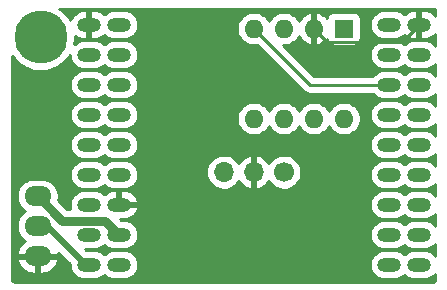
<source format=gbr>
%TF.GenerationSoftware,KiCad,Pcbnew,(5.99.0-2290-gd34f8fd4b)*%
%TF.CreationDate,2020-09-13T23:37:02+02:00*%
%TF.ProjectId,audio-esp32,61756469-6f2d-4657-9370-33322e6b6963,rev?*%
%TF.SameCoordinates,Original*%
%TF.FileFunction,Copper,L1,Top*%
%TF.FilePolarity,Positive*%
%FSLAX46Y46*%
G04 Gerber Fmt 4.6, Leading zero omitted, Abs format (unit mm)*
G04 Created by KiCad (PCBNEW (5.99.0-2290-gd34f8fd4b)) date 2020-09-13 23:37:02*
%MOMM*%
%LPD*%
G01*
G04 APERTURE LIST*
%TA.AperFunction,SMDPad,CuDef*%
%ADD10O,2.300000X1.700000*%
%TD*%
%TA.AperFunction,ComponentPad*%
%ADD11O,1.600000X1.600000*%
%TD*%
%TA.AperFunction,ComponentPad*%
%ADD12R,1.600000X1.600000*%
%TD*%
%TA.AperFunction,ComponentPad*%
%ADD13C,1.700000*%
%TD*%
%TA.AperFunction,ComponentPad*%
%ADD14O,1.700000X1.700000*%
%TD*%
%TA.AperFunction,ComponentPad*%
%ADD15C,4.500000*%
%TD*%
%TA.AperFunction,ComponentPad*%
%ADD16O,2.000000X1.200000*%
%TD*%
%TA.AperFunction,Conductor*%
%ADD17C,0.500000*%
%TD*%
%TA.AperFunction,Conductor*%
%ADD18C,0.750000*%
%TD*%
%TA.AperFunction,Conductor*%
%ADD19C,0.250000*%
%TD*%
%TA.AperFunction,Conductor*%
%ADD20C,0.254000*%
%TD*%
G04 APERTURE END LIST*
D10*
%TO.P,J1,3,Pin_3*%
%TO.N,+5V*%
X131572000Y-82804000D03*
%TO.P,J1,2,Pin_2*%
%TO.N,LED_DATA*%
X131572000Y-85344000D03*
%TO.P,J1,1,Pin_1*%
%TO.N,GND*%
X131572000Y-87884000D03*
%TD*%
D11*
%TO.P,U1,8,CKIN*%
%TO.N,Net-(C1-Pad1)*%
X157480000Y-76238250D03*
%TO.P,U1,4,STROBE*%
%TO.N,ESP_STROBE*%
X149860000Y-68618250D03*
%TO.P,U1,7,RESET*%
%TO.N,ESP_RESET*%
X154940000Y-76238250D03*
%TO.P,U1,3,OUT*%
%TO.N,ESP_AUDIO*%
X152400000Y-68618250D03*
%TO.P,U1,6,GND*%
%TO.N,Net-(C3-Pad1)*%
X152400000Y-76238250D03*
%TO.P,U1,2,VSS*%
%TO.N,GND*%
X154940000Y-68618250D03*
%TO.P,U1,5,IN*%
%TO.N,Net-(C2-Pad2)*%
X149860000Y-76238250D03*
D12*
%TO.P,U1,1,VDD*%
%TO.N,+3V3*%
X157480000Y-68618250D03*
%TD*%
D13*
%TO.P,U2,1,OUT*%
%TO.N,AUDIO*%
X152400000Y-80772000D03*
D14*
%TO.P,U2,3,Vcc*%
%TO.N,+3V3*%
X147320000Y-80772000D03*
%TO.P,U2,2,GND*%
%TO.N,GND*%
X149860000Y-80772000D03*
%TD*%
D15*
%TO.P,REF\u002A\u002A,1*%
%TO.N,N/C*%
X131826000Y-69342000D03*
%TD*%
D16*
%TO.P,U3,3,NC*%
%TO.N,Net-(U3-Pad3)*%
X163855938Y-70840948D03*
%TO.P,U3,18,IO13*%
%TO.N,Net-(U3-Pad18)*%
X161315938Y-88620948D03*
%TO.P,U3,15,NC*%
%TO.N,Net-(U3-Pad15)*%
X163855938Y-86080948D03*
%TO.P,U3,8,IO18*%
%TO.N,Net-(U3-Pad8)*%
X161315938Y-75920948D03*
%TO.P,U3,1,GND*%
%TO.N,GND*%
X163855938Y-68300948D03*
%TO.P,U3,6,IO26*%
%TO.N,ESP_STROBE*%
X161315938Y-73380948D03*
%TO.P,U3,17,NC*%
%TO.N,Net-(U3-Pad17)*%
X163855938Y-88620948D03*
%TO.P,U3,10,IO19*%
%TO.N,Net-(U3-Pad10)*%
X161315938Y-78460948D03*
%TO.P,U3,16,3V3*%
%TO.N,+3V3*%
X161315938Y-86080948D03*
%TO.P,U3,9,IO33_CRYSTAL_N*%
%TO.N,Net-(U3-Pad9)*%
X163855938Y-78460948D03*
%TO.P,U3,5,I_39_SENSOR_VN*%
%TO.N,Net-(U3-Pad5)*%
X163855938Y-73380948D03*
%TO.P,U3,4,I_36_SENSOR_VP*%
%TO.N,Net-(U3-Pad4)*%
X161315938Y-70840948D03*
%TO.P,U3,14,IO5*%
%TO.N,Net-(U3-Pad14)*%
X161315938Y-83540948D03*
%TO.P,U3,2,EN*%
%TO.N,Net-(U3-Pad2)*%
X161315938Y-68300948D03*
%TO.P,U3,12,IO23*%
%TO.N,Net-(U3-Pad12)*%
X161315938Y-81000948D03*
%TO.P,U3,7,I_35*%
%TO.N,Net-(U3-Pad7)*%
X163855938Y-75920948D03*
%TO.P,U3,13,IO14*%
%TO.N,Net-(U3-Pad13)*%
X163855938Y-83540948D03*
%TO.P,U3,11,I_34*%
%TO.N,ESP_AUDIO*%
X163855938Y-81000948D03*
%TO.P,U3,21,RXD0*%
%TO.N,Net-(U3-Pad21)*%
X138455938Y-70840948D03*
%TO.P,U3,36,LED_OUT*%
%TO.N,LED_DATA*%
X135915938Y-88620948D03*
%TO.P,U3,33,5v*%
%TO.N,+5V*%
X138455938Y-86080948D03*
%TO.P,U3,26,IO32_CRYSTAL_P*%
%TO.N,Net-(U3-Pad26)*%
X135915938Y-75920948D03*
%TO.P,U3,19,TXD0*%
%TO.N,Net-(U3-Pad19)*%
X138455938Y-68300948D03*
%TO.P,U3,24,IO25*%
%TO.N,Net-(U3-Pad24)*%
X135915938Y-73380948D03*
%TO.P,U3,35,LED_IO15*%
%TO.N,Net-(U3-Pad35)*%
X138455938Y-88620948D03*
%TO.P,U3,28,IO12*%
%TO.N,Net-(U3-Pad28)*%
X135915938Y-78460948D03*
%TO.P,U3,34,IO2*%
%TO.N,Net-(U3-Pad34)*%
X135915938Y-86080948D03*
%TO.P,U3,27,NC*%
%TO.N,Net-(U3-Pad27)*%
X138455938Y-78460948D03*
%TO.P,U3,23,IO22*%
%TO.N,Net-(U3-Pad23)*%
X138455938Y-73380948D03*
%TO.P,U3,22,IO27*%
%TO.N,ESP_RESET*%
X135915938Y-70840948D03*
%TO.P,U3,32,IO0*%
%TO.N,Net-(U3-Pad32)*%
X135915938Y-83540948D03*
%TO.P,U3,20,GND*%
%TO.N,GND*%
X135915938Y-68300948D03*
%TO.P,U3,30,IO4*%
%TO.N,Net-(U3-Pad30)*%
X135915938Y-81000948D03*
%TO.P,U3,25,IO21*%
%TO.N,Net-(U3-Pad25)*%
X138455938Y-75920948D03*
%TO.P,U3,31,GND*%
%TO.N,GND*%
X138455938Y-83540948D03*
%TO.P,U3,29,NC*%
%TO.N,Net-(U3-Pad29)*%
X138455938Y-81000948D03*
%TD*%
D17*
%TO.N,LED_DATA*%
X132334000Y-85344000D02*
X135128000Y-88138000D01*
X131572000Y-85344000D02*
X132334000Y-85344000D01*
X135610948Y-88620948D02*
X135915938Y-88620948D01*
X135128000Y-88138000D02*
X135610948Y-88620948D01*
D18*
%TO.N,+5V*%
X131572000Y-82804000D02*
X133673938Y-84905938D01*
X133673938Y-84905938D02*
X137280928Y-84905938D01*
X137280928Y-84905938D02*
X138455938Y-86080948D01*
D19*
%TO.N,ESP_STROBE*%
X161315938Y-73380948D02*
X154622698Y-73380948D01*
X154622698Y-73380948D02*
X149860000Y-68618250D01*
X149860000Y-68618250D02*
X149860000Y-68580000D01*
%TO.N,GND*%
X154940000Y-68618250D02*
X156065010Y-69743260D01*
X156065010Y-69743260D02*
X162413626Y-69743260D01*
X162413626Y-69743260D02*
X163855938Y-68300948D01*
X149860000Y-80772000D02*
X149860000Y-82042000D01*
X149860000Y-82042000D02*
X148361052Y-83540948D01*
X148361052Y-83540948D02*
X138455938Y-83540948D01*
%TD*%
%TO.N,GND*%
D20*
X165025404Y-66928856D02*
X165025784Y-66928901D01*
X165127248Y-66940731D01*
X165153038Y-66950092D01*
X165175977Y-66965132D01*
X165194843Y-66985047D01*
X165208624Y-67008772D01*
X165219111Y-67043399D01*
X165225705Y-67117287D01*
X165227135Y-67126138D01*
X165228001Y-67129816D01*
X165228001Y-67537703D01*
X165112825Y-67406370D01*
X165104444Y-67398417D01*
X164935452Y-67265195D01*
X164925763Y-67258902D01*
X164735322Y-67158707D01*
X164724648Y-67154286D01*
X164518744Y-67090350D01*
X164506618Y-67087855D01*
X164310983Y-67067293D01*
X164304393Y-67066948D01*
X164057747Y-67066948D01*
X163983938Y-67140757D01*
X163983937Y-68099140D01*
X163983938Y-68099141D01*
X163983937Y-69461139D01*
X164057746Y-69534948D01*
X164310475Y-69534948D01*
X164316242Y-69534684D01*
X164476002Y-69520004D01*
X164487362Y-69517898D01*
X164694472Y-69459487D01*
X164705259Y-69455347D01*
X164898256Y-69360171D01*
X164908107Y-69354134D01*
X165080528Y-69225381D01*
X165089113Y-69217650D01*
X165228001Y-69067404D01*
X165228001Y-70077703D01*
X165112825Y-69946370D01*
X165104444Y-69938417D01*
X164935452Y-69805195D01*
X164925763Y-69798902D01*
X164735322Y-69698707D01*
X164724648Y-69694286D01*
X164518744Y-69630350D01*
X164506618Y-69627855D01*
X164310983Y-69607293D01*
X164304393Y-69606948D01*
X163401401Y-69606948D01*
X163395634Y-69607212D01*
X163235874Y-69621892D01*
X163224514Y-69623998D01*
X163017404Y-69682409D01*
X163006617Y-69686549D01*
X162813620Y-69781725D01*
X162803769Y-69787762D01*
X162631348Y-69916515D01*
X162622763Y-69924246D01*
X162587180Y-69962739D01*
X162572825Y-69946370D01*
X162564444Y-69938417D01*
X162395452Y-69805195D01*
X162385763Y-69798902D01*
X162195322Y-69698707D01*
X162184648Y-69694286D01*
X161978744Y-69630350D01*
X161966618Y-69627855D01*
X161770983Y-69607293D01*
X161764393Y-69606948D01*
X160861401Y-69606948D01*
X160855634Y-69607212D01*
X160695874Y-69621892D01*
X160684514Y-69623998D01*
X160477404Y-69682409D01*
X160466617Y-69686549D01*
X160273620Y-69781725D01*
X160263769Y-69787762D01*
X160091348Y-69916515D01*
X160082763Y-69924246D01*
X159936691Y-70082264D01*
X159929658Y-70091430D01*
X159814830Y-70273422D01*
X159809585Y-70283716D01*
X159729844Y-70483586D01*
X159726563Y-70494664D01*
X159684582Y-70705718D01*
X159683374Y-70717208D01*
X159680557Y-70932380D01*
X159681464Y-70943898D01*
X159717906Y-71155979D01*
X159720896Y-71167139D01*
X159795377Y-71369028D01*
X159800351Y-71379457D01*
X159910376Y-71564392D01*
X159917167Y-71573738D01*
X160059051Y-71735526D01*
X160067432Y-71743479D01*
X160236424Y-71876701D01*
X160246113Y-71882994D01*
X160436554Y-71983189D01*
X160447228Y-71987610D01*
X160653132Y-72051546D01*
X160665258Y-72054041D01*
X160860893Y-72074603D01*
X160867483Y-72074948D01*
X161770475Y-72074948D01*
X161776242Y-72074684D01*
X161936002Y-72060004D01*
X161947362Y-72057898D01*
X162154472Y-71999487D01*
X162165259Y-71995347D01*
X162358256Y-71900171D01*
X162368107Y-71894134D01*
X162540528Y-71765381D01*
X162549113Y-71757650D01*
X162584696Y-71719157D01*
X162599051Y-71735526D01*
X162607432Y-71743479D01*
X162776424Y-71876701D01*
X162786113Y-71882994D01*
X162976554Y-71983189D01*
X162987228Y-71987610D01*
X163193132Y-72051546D01*
X163205258Y-72054041D01*
X163400893Y-72074603D01*
X163407483Y-72074948D01*
X164310475Y-72074948D01*
X164316242Y-72074684D01*
X164476002Y-72060004D01*
X164487362Y-72057898D01*
X164694472Y-71999487D01*
X164705259Y-71995347D01*
X164898256Y-71900171D01*
X164908107Y-71894134D01*
X165080528Y-71765381D01*
X165089113Y-71757650D01*
X165228001Y-71607404D01*
X165228001Y-72617703D01*
X165112825Y-72486370D01*
X165104444Y-72478417D01*
X164935452Y-72345195D01*
X164925763Y-72338902D01*
X164735322Y-72238707D01*
X164724648Y-72234286D01*
X164518744Y-72170350D01*
X164506618Y-72167855D01*
X164310983Y-72147293D01*
X164304393Y-72146948D01*
X163401401Y-72146948D01*
X163395634Y-72147212D01*
X163235874Y-72161892D01*
X163224514Y-72163998D01*
X163017404Y-72222409D01*
X163006617Y-72226549D01*
X162813620Y-72321725D01*
X162803769Y-72327762D01*
X162631348Y-72456515D01*
X162622763Y-72464246D01*
X162587180Y-72502739D01*
X162572825Y-72486370D01*
X162564444Y-72478417D01*
X162395452Y-72345195D01*
X162385763Y-72338902D01*
X162195322Y-72238707D01*
X162184648Y-72234286D01*
X161978744Y-72170350D01*
X161966618Y-72167855D01*
X161770983Y-72147293D01*
X161764393Y-72146948D01*
X160861401Y-72146948D01*
X160855634Y-72147212D01*
X160695874Y-72161892D01*
X160684514Y-72163998D01*
X160477404Y-72222409D01*
X160466617Y-72226549D01*
X160273620Y-72321725D01*
X160263769Y-72327762D01*
X160091348Y-72456515D01*
X160082763Y-72464246D01*
X159938832Y-72619948D01*
X154937913Y-72619948D01*
X152370214Y-70052250D01*
X152519936Y-70052250D01*
X152530897Y-70051291D01*
X152767126Y-70009637D01*
X152777753Y-70006790D01*
X153003160Y-69924748D01*
X153013132Y-69920098D01*
X153220868Y-69800162D01*
X153229881Y-69793851D01*
X153413634Y-69639663D01*
X153421413Y-69631884D01*
X153575601Y-69448131D01*
X153581912Y-69439118D01*
X153670000Y-69286545D01*
X153758088Y-69439118D01*
X153764399Y-69448131D01*
X153918587Y-69631884D01*
X153926366Y-69639663D01*
X154110119Y-69793851D01*
X154119132Y-69800162D01*
X154326868Y-69920098D01*
X154336840Y-69924748D01*
X154562247Y-70006790D01*
X154572874Y-70009637D01*
X154721982Y-70035930D01*
X154812000Y-69960396D01*
X154812001Y-68820058D01*
X154812000Y-68820057D01*
X154812000Y-68416442D01*
X155067999Y-68416442D01*
X155068000Y-68416443D01*
X155067999Y-69960396D01*
X155158017Y-70035929D01*
X155307125Y-70009637D01*
X155317753Y-70006790D01*
X155543160Y-69924748D01*
X155553132Y-69920098D01*
X155760868Y-69800162D01*
X155769881Y-69793851D01*
X155953634Y-69639663D01*
X155961413Y-69631884D01*
X156059606Y-69514863D01*
X156115137Y-69722109D01*
X156127880Y-69746589D01*
X156258990Y-69902840D01*
X156275879Y-69917011D01*
X156450120Y-70017609D01*
X156470837Y-70025150D01*
X156663538Y-70059128D01*
X156674499Y-70060087D01*
X158288258Y-70060087D01*
X158304634Y-70057931D01*
X158583859Y-69983113D01*
X158608339Y-69970370D01*
X158764590Y-69839260D01*
X158778761Y-69822371D01*
X158879359Y-69648130D01*
X158886900Y-69627413D01*
X158920878Y-69434712D01*
X158921837Y-69423751D01*
X158921837Y-68392380D01*
X159680557Y-68392380D01*
X159681464Y-68403898D01*
X159717906Y-68615979D01*
X159720896Y-68627139D01*
X159795377Y-68829028D01*
X159800351Y-68839457D01*
X159910376Y-69024392D01*
X159917167Y-69033738D01*
X160059051Y-69195526D01*
X160067432Y-69203479D01*
X160236424Y-69336701D01*
X160246113Y-69342994D01*
X160436554Y-69443189D01*
X160447228Y-69447610D01*
X160653132Y-69511546D01*
X160665258Y-69514041D01*
X160860893Y-69534603D01*
X160867483Y-69534948D01*
X161770475Y-69534948D01*
X161776242Y-69534684D01*
X161936002Y-69520004D01*
X161947362Y-69517898D01*
X162154472Y-69459487D01*
X162165259Y-69455347D01*
X162358256Y-69360171D01*
X162368107Y-69354134D01*
X162540528Y-69225381D01*
X162549113Y-69217650D01*
X162584696Y-69179157D01*
X162599051Y-69195526D01*
X162607432Y-69203479D01*
X162776424Y-69336701D01*
X162786113Y-69342994D01*
X162976554Y-69443189D01*
X162987228Y-69447610D01*
X163193132Y-69511546D01*
X163205258Y-69514041D01*
X163400893Y-69534603D01*
X163407483Y-69534948D01*
X163654129Y-69534948D01*
X163727938Y-69461139D01*
X163727939Y-68502756D01*
X163727938Y-68502755D01*
X163727939Y-67140757D01*
X163654130Y-67066948D01*
X163401401Y-67066948D01*
X163395634Y-67067212D01*
X163235874Y-67081892D01*
X163224514Y-67083998D01*
X163017404Y-67142409D01*
X163006617Y-67146549D01*
X162813620Y-67241725D01*
X162803769Y-67247762D01*
X162631348Y-67376515D01*
X162622763Y-67384246D01*
X162587180Y-67422739D01*
X162572825Y-67406370D01*
X162564444Y-67398417D01*
X162395452Y-67265195D01*
X162385763Y-67258902D01*
X162195322Y-67158707D01*
X162184648Y-67154286D01*
X161978744Y-67090350D01*
X161966618Y-67087855D01*
X161770983Y-67067293D01*
X161764393Y-67066948D01*
X160861401Y-67066948D01*
X160855634Y-67067212D01*
X160695874Y-67081892D01*
X160684514Y-67083998D01*
X160477404Y-67142409D01*
X160466617Y-67146549D01*
X160273620Y-67241725D01*
X160263769Y-67247762D01*
X160091348Y-67376515D01*
X160082763Y-67384246D01*
X159936691Y-67542264D01*
X159929658Y-67551430D01*
X159814830Y-67733422D01*
X159809585Y-67743716D01*
X159729844Y-67943586D01*
X159726563Y-67954664D01*
X159684582Y-68165718D01*
X159683374Y-68177208D01*
X159680557Y-68392380D01*
X158921837Y-68392380D01*
X158921837Y-67809992D01*
X158919681Y-67793616D01*
X158844863Y-67514392D01*
X158832120Y-67489912D01*
X158701010Y-67333660D01*
X158684121Y-67319489D01*
X158509880Y-67218891D01*
X158489163Y-67211350D01*
X158296462Y-67177372D01*
X158285501Y-67176413D01*
X156671742Y-67176413D01*
X156655366Y-67178569D01*
X156376142Y-67253387D01*
X156351662Y-67266130D01*
X156195410Y-67397240D01*
X156181239Y-67414129D01*
X156080641Y-67588370D01*
X156073100Y-67609087D01*
X156054357Y-67715382D01*
X155961413Y-67604616D01*
X155953634Y-67596837D01*
X155769881Y-67442649D01*
X155760868Y-67436338D01*
X155553132Y-67316402D01*
X155543160Y-67311752D01*
X155317753Y-67229710D01*
X155307126Y-67226863D01*
X155158018Y-67200570D01*
X155068000Y-67276104D01*
X155067999Y-68416442D01*
X154812000Y-68416442D01*
X154812001Y-67276104D01*
X154721983Y-67200571D01*
X154572875Y-67226863D01*
X154562247Y-67229710D01*
X154336840Y-67311752D01*
X154326868Y-67316402D01*
X154119132Y-67436338D01*
X154110119Y-67442649D01*
X153926366Y-67596837D01*
X153918587Y-67604616D01*
X153764399Y-67788369D01*
X153758088Y-67797382D01*
X153670000Y-67949955D01*
X153581912Y-67797382D01*
X153575601Y-67788369D01*
X153421413Y-67604616D01*
X153413634Y-67596837D01*
X153229881Y-67442649D01*
X153220868Y-67436338D01*
X153013132Y-67316402D01*
X153003160Y-67311752D01*
X152777753Y-67229710D01*
X152767126Y-67226863D01*
X152530897Y-67185209D01*
X152519936Y-67184250D01*
X152280064Y-67184250D01*
X152269103Y-67185209D01*
X152032874Y-67226863D01*
X152022247Y-67229710D01*
X151796840Y-67311752D01*
X151786868Y-67316402D01*
X151579132Y-67436338D01*
X151570119Y-67442649D01*
X151386366Y-67596837D01*
X151378587Y-67604616D01*
X151224399Y-67788369D01*
X151218088Y-67797382D01*
X151130000Y-67949955D01*
X151041912Y-67797382D01*
X151035601Y-67788369D01*
X150881413Y-67604616D01*
X150873634Y-67596837D01*
X150689881Y-67442649D01*
X150680868Y-67436338D01*
X150473132Y-67316402D01*
X150463160Y-67311752D01*
X150237753Y-67229710D01*
X150227126Y-67226863D01*
X149990897Y-67185209D01*
X149979936Y-67184250D01*
X149740064Y-67184250D01*
X149729103Y-67185209D01*
X149492874Y-67226863D01*
X149482247Y-67229710D01*
X149256840Y-67311752D01*
X149246868Y-67316402D01*
X149039132Y-67436338D01*
X149030119Y-67442649D01*
X148846366Y-67596837D01*
X148838587Y-67604616D01*
X148684399Y-67788369D01*
X148678088Y-67797382D01*
X148558152Y-68005118D01*
X148553502Y-68015090D01*
X148471460Y-68240497D01*
X148468613Y-68251124D01*
X148426959Y-68487353D01*
X148426000Y-68498314D01*
X148426000Y-68738186D01*
X148426959Y-68749147D01*
X148468613Y-68985376D01*
X148471460Y-68996003D01*
X148553502Y-69221410D01*
X148558152Y-69231382D01*
X148678088Y-69439118D01*
X148684399Y-69448131D01*
X148838587Y-69631884D01*
X148846366Y-69639663D01*
X149030119Y-69793851D01*
X149039132Y-69800162D01*
X149246868Y-69920098D01*
X149256840Y-69924748D01*
X149482247Y-70006790D01*
X149492874Y-70009637D01*
X149729103Y-70051291D01*
X149740064Y-70052250D01*
X149979936Y-70052250D01*
X149990897Y-70051291D01*
X150182960Y-70017425D01*
X154162718Y-73997184D01*
X154178764Y-74008842D01*
X154223846Y-74031813D01*
X154264781Y-74061554D01*
X154282453Y-74070558D01*
X154330569Y-74086191D01*
X154375658Y-74109166D01*
X154394521Y-74115295D01*
X154444504Y-74123211D01*
X154492619Y-74138844D01*
X154512207Y-74141947D01*
X154567507Y-74141947D01*
X154567519Y-74141948D01*
X159941906Y-74141948D01*
X160059051Y-74275526D01*
X160067432Y-74283479D01*
X160236424Y-74416701D01*
X160246113Y-74422994D01*
X160436554Y-74523189D01*
X160447228Y-74527610D01*
X160653132Y-74591546D01*
X160665258Y-74594041D01*
X160860893Y-74614603D01*
X160867483Y-74614948D01*
X161770475Y-74614948D01*
X161776242Y-74614684D01*
X161936002Y-74600004D01*
X161947362Y-74597898D01*
X162154472Y-74539487D01*
X162165259Y-74535347D01*
X162358256Y-74440171D01*
X162368107Y-74434134D01*
X162540528Y-74305381D01*
X162549113Y-74297650D01*
X162584696Y-74259157D01*
X162599051Y-74275526D01*
X162607432Y-74283479D01*
X162776424Y-74416701D01*
X162786113Y-74422994D01*
X162976554Y-74523189D01*
X162987228Y-74527610D01*
X163193132Y-74591546D01*
X163205258Y-74594041D01*
X163400893Y-74614603D01*
X163407483Y-74614948D01*
X164310475Y-74614948D01*
X164316242Y-74614684D01*
X164476002Y-74600004D01*
X164487362Y-74597898D01*
X164694472Y-74539487D01*
X164705259Y-74535347D01*
X164898256Y-74440171D01*
X164908107Y-74434134D01*
X165080528Y-74305381D01*
X165089113Y-74297650D01*
X165228001Y-74147404D01*
X165228001Y-75157703D01*
X165112825Y-75026370D01*
X165104444Y-75018417D01*
X164935452Y-74885195D01*
X164925763Y-74878902D01*
X164735322Y-74778707D01*
X164724648Y-74774286D01*
X164518744Y-74710350D01*
X164506618Y-74707855D01*
X164310983Y-74687293D01*
X164304393Y-74686948D01*
X163401401Y-74686948D01*
X163395634Y-74687212D01*
X163235874Y-74701892D01*
X163224514Y-74703998D01*
X163017404Y-74762409D01*
X163006617Y-74766549D01*
X162813620Y-74861725D01*
X162803769Y-74867762D01*
X162631348Y-74996515D01*
X162622763Y-75004246D01*
X162587180Y-75042739D01*
X162572825Y-75026370D01*
X162564444Y-75018417D01*
X162395452Y-74885195D01*
X162385763Y-74878902D01*
X162195322Y-74778707D01*
X162184648Y-74774286D01*
X161978744Y-74710350D01*
X161966618Y-74707855D01*
X161770983Y-74687293D01*
X161764393Y-74686948D01*
X160861401Y-74686948D01*
X160855634Y-74687212D01*
X160695874Y-74701892D01*
X160684514Y-74703998D01*
X160477404Y-74762409D01*
X160466617Y-74766549D01*
X160273620Y-74861725D01*
X160263769Y-74867762D01*
X160091348Y-74996515D01*
X160082763Y-75004246D01*
X159936691Y-75162264D01*
X159929658Y-75171430D01*
X159814830Y-75353422D01*
X159809585Y-75363716D01*
X159729844Y-75563586D01*
X159726563Y-75574664D01*
X159684582Y-75785718D01*
X159683374Y-75797208D01*
X159680557Y-76012380D01*
X159681464Y-76023898D01*
X159717906Y-76235979D01*
X159720896Y-76247139D01*
X159795377Y-76449028D01*
X159800351Y-76459457D01*
X159910376Y-76644392D01*
X159917167Y-76653738D01*
X160059051Y-76815526D01*
X160067432Y-76823479D01*
X160236424Y-76956701D01*
X160246113Y-76962994D01*
X160436554Y-77063189D01*
X160447228Y-77067610D01*
X160653132Y-77131546D01*
X160665258Y-77134041D01*
X160860893Y-77154603D01*
X160867483Y-77154948D01*
X161770475Y-77154948D01*
X161776242Y-77154684D01*
X161936002Y-77140004D01*
X161947362Y-77137898D01*
X162154472Y-77079487D01*
X162165259Y-77075347D01*
X162358256Y-76980171D01*
X162368107Y-76974134D01*
X162540528Y-76845381D01*
X162549113Y-76837650D01*
X162584696Y-76799157D01*
X162599051Y-76815526D01*
X162607432Y-76823479D01*
X162776424Y-76956701D01*
X162786113Y-76962994D01*
X162976554Y-77063189D01*
X162987228Y-77067610D01*
X163193132Y-77131546D01*
X163205258Y-77134041D01*
X163400893Y-77154603D01*
X163407483Y-77154948D01*
X164310475Y-77154948D01*
X164316242Y-77154684D01*
X164476002Y-77140004D01*
X164487362Y-77137898D01*
X164694472Y-77079487D01*
X164705259Y-77075347D01*
X164898256Y-76980171D01*
X164908107Y-76974134D01*
X165080528Y-76845381D01*
X165089113Y-76837650D01*
X165228001Y-76687404D01*
X165228001Y-77697703D01*
X165112825Y-77566370D01*
X165104444Y-77558417D01*
X164935452Y-77425195D01*
X164925763Y-77418902D01*
X164735322Y-77318707D01*
X164724648Y-77314286D01*
X164518744Y-77250350D01*
X164506618Y-77247855D01*
X164310983Y-77227293D01*
X164304393Y-77226948D01*
X163401401Y-77226948D01*
X163395634Y-77227212D01*
X163235874Y-77241892D01*
X163224514Y-77243998D01*
X163017404Y-77302409D01*
X163006617Y-77306549D01*
X162813620Y-77401725D01*
X162803769Y-77407762D01*
X162631348Y-77536515D01*
X162622763Y-77544246D01*
X162587180Y-77582739D01*
X162572825Y-77566370D01*
X162564444Y-77558417D01*
X162395452Y-77425195D01*
X162385763Y-77418902D01*
X162195322Y-77318707D01*
X162184648Y-77314286D01*
X161978744Y-77250350D01*
X161966618Y-77247855D01*
X161770983Y-77227293D01*
X161764393Y-77226948D01*
X160861401Y-77226948D01*
X160855634Y-77227212D01*
X160695874Y-77241892D01*
X160684514Y-77243998D01*
X160477404Y-77302409D01*
X160466617Y-77306549D01*
X160273620Y-77401725D01*
X160263769Y-77407762D01*
X160091348Y-77536515D01*
X160082763Y-77544246D01*
X159936691Y-77702264D01*
X159929658Y-77711430D01*
X159814830Y-77893422D01*
X159809585Y-77903716D01*
X159729844Y-78103586D01*
X159726563Y-78114664D01*
X159684582Y-78325718D01*
X159683374Y-78337208D01*
X159680557Y-78552380D01*
X159681464Y-78563898D01*
X159717906Y-78775979D01*
X159720896Y-78787139D01*
X159795377Y-78989028D01*
X159800351Y-78999457D01*
X159910376Y-79184392D01*
X159917167Y-79193738D01*
X160059051Y-79355526D01*
X160067432Y-79363479D01*
X160236424Y-79496701D01*
X160246113Y-79502994D01*
X160436554Y-79603189D01*
X160447228Y-79607610D01*
X160653132Y-79671546D01*
X160665258Y-79674041D01*
X160860893Y-79694603D01*
X160867483Y-79694948D01*
X161770475Y-79694948D01*
X161776242Y-79694684D01*
X161936002Y-79680004D01*
X161947362Y-79677898D01*
X162154472Y-79619487D01*
X162165259Y-79615347D01*
X162358256Y-79520171D01*
X162368107Y-79514134D01*
X162540528Y-79385381D01*
X162549113Y-79377650D01*
X162584696Y-79339157D01*
X162599051Y-79355526D01*
X162607432Y-79363479D01*
X162776424Y-79496701D01*
X162786113Y-79502994D01*
X162976554Y-79603189D01*
X162987228Y-79607610D01*
X163193132Y-79671546D01*
X163205258Y-79674041D01*
X163400893Y-79694603D01*
X163407483Y-79694948D01*
X164310475Y-79694948D01*
X164316242Y-79694684D01*
X164476002Y-79680004D01*
X164487362Y-79677898D01*
X164694472Y-79619487D01*
X164705259Y-79615347D01*
X164898256Y-79520171D01*
X164908107Y-79514134D01*
X165080528Y-79385381D01*
X165089113Y-79377650D01*
X165228000Y-79227405D01*
X165228000Y-80237702D01*
X165112825Y-80106370D01*
X165104444Y-80098417D01*
X164935452Y-79965195D01*
X164925763Y-79958902D01*
X164735322Y-79858707D01*
X164724648Y-79854286D01*
X164518744Y-79790350D01*
X164506618Y-79787855D01*
X164310983Y-79767293D01*
X164304393Y-79766948D01*
X163401401Y-79766948D01*
X163395634Y-79767212D01*
X163235874Y-79781892D01*
X163224514Y-79783998D01*
X163017404Y-79842409D01*
X163006617Y-79846549D01*
X162813620Y-79941725D01*
X162803769Y-79947762D01*
X162631348Y-80076515D01*
X162622763Y-80084246D01*
X162587180Y-80122739D01*
X162572825Y-80106370D01*
X162564444Y-80098417D01*
X162395452Y-79965195D01*
X162385763Y-79958902D01*
X162195322Y-79858707D01*
X162184648Y-79854286D01*
X161978744Y-79790350D01*
X161966618Y-79787855D01*
X161770983Y-79767293D01*
X161764393Y-79766948D01*
X160861401Y-79766948D01*
X160855634Y-79767212D01*
X160695874Y-79781892D01*
X160684514Y-79783998D01*
X160477404Y-79842409D01*
X160466617Y-79846549D01*
X160273620Y-79941725D01*
X160263769Y-79947762D01*
X160091348Y-80076515D01*
X160082763Y-80084246D01*
X159936691Y-80242264D01*
X159929658Y-80251430D01*
X159814830Y-80433422D01*
X159809585Y-80443716D01*
X159729844Y-80643586D01*
X159726563Y-80654664D01*
X159684582Y-80865718D01*
X159683374Y-80877208D01*
X159680557Y-81092380D01*
X159681464Y-81103898D01*
X159717906Y-81315979D01*
X159720896Y-81327139D01*
X159795377Y-81529028D01*
X159800351Y-81539457D01*
X159910376Y-81724392D01*
X159917167Y-81733738D01*
X160059051Y-81895526D01*
X160067432Y-81903479D01*
X160236424Y-82036701D01*
X160246113Y-82042994D01*
X160436554Y-82143189D01*
X160447228Y-82147610D01*
X160653132Y-82211546D01*
X160665258Y-82214041D01*
X160860893Y-82234603D01*
X160867483Y-82234948D01*
X161770475Y-82234948D01*
X161776242Y-82234684D01*
X161936002Y-82220004D01*
X161947362Y-82217898D01*
X162154472Y-82159487D01*
X162165259Y-82155347D01*
X162358256Y-82060171D01*
X162368107Y-82054134D01*
X162540528Y-81925381D01*
X162549113Y-81917650D01*
X162584696Y-81879157D01*
X162599051Y-81895526D01*
X162607432Y-81903479D01*
X162776424Y-82036701D01*
X162786113Y-82042994D01*
X162976554Y-82143189D01*
X162987228Y-82147610D01*
X163193132Y-82211546D01*
X163205258Y-82214041D01*
X163400893Y-82234603D01*
X163407483Y-82234948D01*
X164310475Y-82234948D01*
X164316242Y-82234684D01*
X164476002Y-82220004D01*
X164487362Y-82217898D01*
X164694472Y-82159487D01*
X164705259Y-82155347D01*
X164898256Y-82060171D01*
X164908107Y-82054134D01*
X165080528Y-81925381D01*
X165089113Y-81917650D01*
X165228000Y-81767405D01*
X165228000Y-82777702D01*
X165112825Y-82646370D01*
X165104444Y-82638417D01*
X164935452Y-82505195D01*
X164925763Y-82498902D01*
X164735322Y-82398707D01*
X164724648Y-82394286D01*
X164518744Y-82330350D01*
X164506618Y-82327855D01*
X164310983Y-82307293D01*
X164304393Y-82306948D01*
X163401401Y-82306948D01*
X163395634Y-82307212D01*
X163235874Y-82321892D01*
X163224514Y-82323998D01*
X163017404Y-82382409D01*
X163006617Y-82386549D01*
X162813620Y-82481725D01*
X162803769Y-82487762D01*
X162631348Y-82616515D01*
X162622763Y-82624246D01*
X162587180Y-82662739D01*
X162572825Y-82646370D01*
X162564444Y-82638417D01*
X162395452Y-82505195D01*
X162385763Y-82498902D01*
X162195322Y-82398707D01*
X162184648Y-82394286D01*
X161978744Y-82330350D01*
X161966618Y-82327855D01*
X161770983Y-82307293D01*
X161764393Y-82306948D01*
X160861401Y-82306948D01*
X160855634Y-82307212D01*
X160695874Y-82321892D01*
X160684514Y-82323998D01*
X160477404Y-82382409D01*
X160466617Y-82386549D01*
X160273620Y-82481725D01*
X160263769Y-82487762D01*
X160091348Y-82616515D01*
X160082763Y-82624246D01*
X159936691Y-82782264D01*
X159929658Y-82791430D01*
X159814830Y-82973422D01*
X159809585Y-82983716D01*
X159729844Y-83183586D01*
X159726563Y-83194664D01*
X159684582Y-83405718D01*
X159683374Y-83417208D01*
X159680557Y-83632380D01*
X159681464Y-83643898D01*
X159717906Y-83855979D01*
X159720896Y-83867139D01*
X159795377Y-84069028D01*
X159800351Y-84079457D01*
X159910376Y-84264392D01*
X159917167Y-84273738D01*
X160059051Y-84435526D01*
X160067432Y-84443479D01*
X160236424Y-84576701D01*
X160246113Y-84582994D01*
X160436554Y-84683189D01*
X160447228Y-84687610D01*
X160653132Y-84751546D01*
X160665258Y-84754041D01*
X160860893Y-84774603D01*
X160867483Y-84774948D01*
X161770475Y-84774948D01*
X161776242Y-84774684D01*
X161936002Y-84760004D01*
X161947362Y-84757898D01*
X162154472Y-84699487D01*
X162165259Y-84695347D01*
X162358256Y-84600171D01*
X162368107Y-84594134D01*
X162540528Y-84465381D01*
X162549113Y-84457650D01*
X162584696Y-84419157D01*
X162599051Y-84435526D01*
X162607432Y-84443479D01*
X162776424Y-84576701D01*
X162786113Y-84582994D01*
X162976554Y-84683189D01*
X162987228Y-84687610D01*
X163193132Y-84751546D01*
X163205258Y-84754041D01*
X163400893Y-84774603D01*
X163407483Y-84774948D01*
X164310475Y-84774948D01*
X164316242Y-84774684D01*
X164476002Y-84760004D01*
X164487362Y-84757898D01*
X164694472Y-84699487D01*
X164705259Y-84695347D01*
X164898256Y-84600171D01*
X164908107Y-84594134D01*
X165080528Y-84465381D01*
X165089113Y-84457650D01*
X165228000Y-84307405D01*
X165228000Y-85317702D01*
X165112825Y-85186370D01*
X165104444Y-85178417D01*
X164935452Y-85045195D01*
X164925763Y-85038902D01*
X164735322Y-84938707D01*
X164724648Y-84934286D01*
X164518744Y-84870350D01*
X164506618Y-84867855D01*
X164310983Y-84847293D01*
X164304393Y-84846948D01*
X163401401Y-84846948D01*
X163395634Y-84847212D01*
X163235874Y-84861892D01*
X163224514Y-84863998D01*
X163017404Y-84922409D01*
X163006617Y-84926549D01*
X162813620Y-85021725D01*
X162803769Y-85027762D01*
X162631348Y-85156515D01*
X162622763Y-85164246D01*
X162587180Y-85202739D01*
X162572825Y-85186370D01*
X162564444Y-85178417D01*
X162395452Y-85045195D01*
X162385763Y-85038902D01*
X162195322Y-84938707D01*
X162184648Y-84934286D01*
X161978744Y-84870350D01*
X161966618Y-84867855D01*
X161770983Y-84847293D01*
X161764393Y-84846948D01*
X160861401Y-84846948D01*
X160855634Y-84847212D01*
X160695874Y-84861892D01*
X160684514Y-84863998D01*
X160477404Y-84922409D01*
X160466617Y-84926549D01*
X160273620Y-85021725D01*
X160263769Y-85027762D01*
X160091348Y-85156515D01*
X160082763Y-85164246D01*
X159936691Y-85322264D01*
X159929658Y-85331430D01*
X159814830Y-85513422D01*
X159809585Y-85523716D01*
X159729844Y-85723586D01*
X159726563Y-85734664D01*
X159684582Y-85945718D01*
X159683374Y-85957208D01*
X159680557Y-86172380D01*
X159681464Y-86183898D01*
X159717906Y-86395979D01*
X159720896Y-86407139D01*
X159795377Y-86609028D01*
X159800351Y-86619457D01*
X159910376Y-86804392D01*
X159917167Y-86813738D01*
X160059051Y-86975526D01*
X160067432Y-86983479D01*
X160236424Y-87116701D01*
X160246113Y-87122994D01*
X160436554Y-87223189D01*
X160447228Y-87227610D01*
X160653132Y-87291546D01*
X160665258Y-87294041D01*
X160860893Y-87314603D01*
X160867483Y-87314948D01*
X161770475Y-87314948D01*
X161776242Y-87314684D01*
X161936002Y-87300004D01*
X161947362Y-87297898D01*
X162154472Y-87239487D01*
X162165259Y-87235347D01*
X162358256Y-87140171D01*
X162368107Y-87134134D01*
X162540528Y-87005381D01*
X162549113Y-86997650D01*
X162584696Y-86959157D01*
X162599051Y-86975526D01*
X162607432Y-86983479D01*
X162776424Y-87116701D01*
X162786113Y-87122994D01*
X162976554Y-87223189D01*
X162987228Y-87227610D01*
X163193132Y-87291546D01*
X163205258Y-87294041D01*
X163400893Y-87314603D01*
X163407483Y-87314948D01*
X164310475Y-87314948D01*
X164316242Y-87314684D01*
X164476002Y-87300004D01*
X164487362Y-87297898D01*
X164694472Y-87239487D01*
X164705259Y-87235347D01*
X164898256Y-87140171D01*
X164908107Y-87134134D01*
X165080528Y-87005381D01*
X165089113Y-86997650D01*
X165228000Y-86847405D01*
X165228000Y-87857702D01*
X165112825Y-87726370D01*
X165104444Y-87718417D01*
X164935452Y-87585195D01*
X164925763Y-87578902D01*
X164735322Y-87478707D01*
X164724648Y-87474286D01*
X164518744Y-87410350D01*
X164506618Y-87407855D01*
X164310983Y-87387293D01*
X164304393Y-87386948D01*
X163401401Y-87386948D01*
X163395634Y-87387212D01*
X163235874Y-87401892D01*
X163224514Y-87403998D01*
X163017404Y-87462409D01*
X163006617Y-87466549D01*
X162813620Y-87561725D01*
X162803769Y-87567762D01*
X162631348Y-87696515D01*
X162622763Y-87704246D01*
X162587180Y-87742739D01*
X162572825Y-87726370D01*
X162564444Y-87718417D01*
X162395452Y-87585195D01*
X162385763Y-87578902D01*
X162195322Y-87478707D01*
X162184648Y-87474286D01*
X161978744Y-87410350D01*
X161966618Y-87407855D01*
X161770983Y-87387293D01*
X161764393Y-87386948D01*
X160861401Y-87386948D01*
X160855634Y-87387212D01*
X160695874Y-87401892D01*
X160684514Y-87403998D01*
X160477404Y-87462409D01*
X160466617Y-87466549D01*
X160273620Y-87561725D01*
X160263769Y-87567762D01*
X160091348Y-87696515D01*
X160082763Y-87704246D01*
X159936691Y-87862264D01*
X159929658Y-87871430D01*
X159814830Y-88053422D01*
X159809585Y-88063716D01*
X159729844Y-88263586D01*
X159726563Y-88274664D01*
X159684582Y-88485718D01*
X159683374Y-88497208D01*
X159680557Y-88712380D01*
X159681464Y-88723898D01*
X159717906Y-88935979D01*
X159720896Y-88947139D01*
X159795377Y-89149028D01*
X159800351Y-89159457D01*
X159910376Y-89344392D01*
X159917167Y-89353738D01*
X160059051Y-89515526D01*
X160067432Y-89523479D01*
X160236424Y-89656701D01*
X160246113Y-89662994D01*
X160436554Y-89763189D01*
X160447228Y-89767610D01*
X160653132Y-89831546D01*
X160665258Y-89834041D01*
X160860893Y-89854603D01*
X160867483Y-89854948D01*
X161770475Y-89854948D01*
X161776242Y-89854684D01*
X161936002Y-89840004D01*
X161947362Y-89837898D01*
X162154472Y-89779487D01*
X162165259Y-89775347D01*
X162358256Y-89680171D01*
X162368107Y-89674134D01*
X162540528Y-89545381D01*
X162549113Y-89537650D01*
X162584696Y-89499157D01*
X162599051Y-89515526D01*
X162607432Y-89523479D01*
X162776424Y-89656701D01*
X162786113Y-89662994D01*
X162976554Y-89763189D01*
X162987228Y-89767610D01*
X163193132Y-89831546D01*
X163205258Y-89834041D01*
X163400893Y-89854603D01*
X163407483Y-89854948D01*
X164310475Y-89854948D01*
X164316242Y-89854684D01*
X164476002Y-89840004D01*
X164487362Y-89837898D01*
X164694472Y-89779487D01*
X164705259Y-89775347D01*
X164898256Y-89680171D01*
X164908107Y-89674134D01*
X165080528Y-89545381D01*
X165089113Y-89537650D01*
X165228000Y-89387405D01*
X165228000Y-89834438D01*
X165227145Y-89841403D01*
X165227099Y-89841784D01*
X165215269Y-89943250D01*
X165205910Y-89969036D01*
X165190869Y-89991977D01*
X165170953Y-90010843D01*
X165147228Y-90024624D01*
X165112601Y-90035111D01*
X165038712Y-90041705D01*
X165029861Y-90043135D01*
X165026187Y-90044000D01*
X129621562Y-90044000D01*
X129614597Y-90043145D01*
X129614216Y-90043099D01*
X129512750Y-90031269D01*
X129486964Y-90021910D01*
X129464023Y-90006869D01*
X129445157Y-89986953D01*
X129431376Y-89963228D01*
X129420889Y-89928601D01*
X129414295Y-89854712D01*
X129412865Y-89845861D01*
X129412000Y-89842187D01*
X129412000Y-88099837D01*
X129803681Y-88099837D01*
X129822675Y-88223963D01*
X129825072Y-88234022D01*
X129897660Y-88456110D01*
X129901668Y-88465644D01*
X130009555Y-88672893D01*
X130015066Y-88681644D01*
X130155354Y-88868490D01*
X130162221Y-88876224D01*
X130331141Y-89037647D01*
X130339178Y-89044155D01*
X130532195Y-89175823D01*
X130541187Y-89180932D01*
X130753118Y-89279306D01*
X130762823Y-89282877D01*
X130988346Y-89345420D01*
X130999275Y-89347436D01*
X131213864Y-89367720D01*
X131219796Y-89368000D01*
X131370191Y-89368000D01*
X131444000Y-89294191D01*
X131699999Y-89294191D01*
X131773808Y-89368000D01*
X131931193Y-89368000D01*
X131936357Y-89367788D01*
X132110035Y-89353510D01*
X132120238Y-89351821D01*
X132346848Y-89294899D01*
X132356637Y-89291566D01*
X132570907Y-89198400D01*
X132580021Y-89193513D01*
X132776198Y-89066600D01*
X132784392Y-89060290D01*
X132957206Y-88903041D01*
X132964259Y-88895478D01*
X133109070Y-88712115D01*
X133114793Y-88703501D01*
X133227711Y-88498950D01*
X133231951Y-88489517D01*
X133309945Y-88269270D01*
X133312587Y-88259271D01*
X133340568Y-88102186D01*
X133265027Y-88012000D01*
X131773809Y-88011999D01*
X131700000Y-88085808D01*
X131699999Y-89294191D01*
X131444000Y-89294191D01*
X131444001Y-88085809D01*
X131370192Y-88012000D01*
X129879100Y-88011999D01*
X129803681Y-88099837D01*
X129412000Y-88099837D01*
X129412000Y-82902685D01*
X129786611Y-82902685D01*
X129787333Y-82913002D01*
X129822675Y-83143962D01*
X129825072Y-83154022D01*
X129897660Y-83376110D01*
X129901668Y-83385644D01*
X130009555Y-83592893D01*
X130015066Y-83601644D01*
X130155354Y-83788490D01*
X130162221Y-83796224D01*
X130331141Y-83957647D01*
X130339178Y-83964155D01*
X130501517Y-84074896D01*
X130367802Y-84161400D01*
X130359608Y-84167710D01*
X130186794Y-84324959D01*
X130179741Y-84332522D01*
X130034930Y-84515885D01*
X130029207Y-84524499D01*
X129916289Y-84729050D01*
X129912049Y-84738483D01*
X129834055Y-84958731D01*
X129831413Y-84968729D01*
X129790440Y-85198758D01*
X129789467Y-85209053D01*
X129786611Y-85442685D01*
X129787333Y-85453002D01*
X129822675Y-85683962D01*
X129825072Y-85694022D01*
X129897660Y-85916110D01*
X129901668Y-85925644D01*
X130009555Y-86132893D01*
X130015066Y-86141644D01*
X130155354Y-86328490D01*
X130162221Y-86336224D01*
X130331141Y-86497647D01*
X130339178Y-86504155D01*
X130501517Y-86614896D01*
X130367802Y-86701400D01*
X130359608Y-86707710D01*
X130186794Y-86864959D01*
X130179741Y-86872522D01*
X130034930Y-87055885D01*
X130029207Y-87064499D01*
X129916289Y-87269050D01*
X129912049Y-87278483D01*
X129834055Y-87498730D01*
X129831413Y-87508729D01*
X129803432Y-87665814D01*
X129878973Y-87756000D01*
X131370192Y-87756001D01*
X131370193Y-87756000D01*
X133264900Y-87756001D01*
X133340319Y-87668163D01*
X133328602Y-87591595D01*
X134282739Y-88545732D01*
X134280557Y-88712380D01*
X134281464Y-88723898D01*
X134317906Y-88935979D01*
X134320896Y-88947139D01*
X134395377Y-89149028D01*
X134400351Y-89159457D01*
X134510376Y-89344392D01*
X134517167Y-89353738D01*
X134659051Y-89515526D01*
X134667432Y-89523479D01*
X134836424Y-89656701D01*
X134846113Y-89662994D01*
X135036554Y-89763189D01*
X135047228Y-89767610D01*
X135253132Y-89831546D01*
X135265258Y-89834041D01*
X135460893Y-89854603D01*
X135467483Y-89854948D01*
X136370475Y-89854948D01*
X136376242Y-89854684D01*
X136536002Y-89840004D01*
X136547362Y-89837898D01*
X136754472Y-89779487D01*
X136765259Y-89775347D01*
X136958256Y-89680171D01*
X136968107Y-89674134D01*
X137140528Y-89545381D01*
X137149113Y-89537650D01*
X137184696Y-89499157D01*
X137199051Y-89515526D01*
X137207432Y-89523479D01*
X137376424Y-89656701D01*
X137386113Y-89662994D01*
X137576554Y-89763189D01*
X137587228Y-89767610D01*
X137793132Y-89831546D01*
X137805258Y-89834041D01*
X138000893Y-89854603D01*
X138007483Y-89854948D01*
X138910475Y-89854948D01*
X138916242Y-89854684D01*
X139076002Y-89840004D01*
X139087362Y-89837898D01*
X139294472Y-89779487D01*
X139305259Y-89775347D01*
X139498256Y-89680171D01*
X139508107Y-89674134D01*
X139680528Y-89545381D01*
X139689113Y-89537650D01*
X139835185Y-89379632D01*
X139842218Y-89370466D01*
X139957046Y-89188474D01*
X139962291Y-89178180D01*
X140042032Y-88978310D01*
X140045313Y-88967232D01*
X140087294Y-88756178D01*
X140088502Y-88744688D01*
X140091319Y-88529516D01*
X140090412Y-88517998D01*
X140053970Y-88305917D01*
X140050980Y-88294757D01*
X139976499Y-88092868D01*
X139971525Y-88082439D01*
X139861500Y-87897504D01*
X139854709Y-87888158D01*
X139712825Y-87726370D01*
X139704444Y-87718417D01*
X139535452Y-87585195D01*
X139525763Y-87578902D01*
X139335322Y-87478707D01*
X139324648Y-87474286D01*
X139118744Y-87410350D01*
X139106618Y-87407855D01*
X138910983Y-87387293D01*
X138904393Y-87386948D01*
X138001401Y-87386948D01*
X137995634Y-87387212D01*
X137835874Y-87401892D01*
X137824514Y-87403998D01*
X137617404Y-87462409D01*
X137606617Y-87466549D01*
X137413620Y-87561725D01*
X137403769Y-87567762D01*
X137231348Y-87696515D01*
X137222763Y-87704246D01*
X137187180Y-87742739D01*
X137172825Y-87726370D01*
X137164444Y-87718417D01*
X136995452Y-87585195D01*
X136985763Y-87578902D01*
X136795322Y-87478707D01*
X136784648Y-87474286D01*
X136578744Y-87410350D01*
X136566618Y-87407855D01*
X136370983Y-87387293D01*
X136364393Y-87386948D01*
X135629940Y-87386948D01*
X135557940Y-87314948D01*
X136370475Y-87314948D01*
X136376242Y-87314684D01*
X136536002Y-87300004D01*
X136547362Y-87297898D01*
X136754472Y-87239487D01*
X136765259Y-87235347D01*
X136958256Y-87140171D01*
X136968107Y-87134134D01*
X137140528Y-87005381D01*
X137149113Y-86997650D01*
X137184696Y-86959157D01*
X137199051Y-86975526D01*
X137207432Y-86983479D01*
X137376424Y-87116701D01*
X137386113Y-87122994D01*
X137576554Y-87223189D01*
X137587228Y-87227610D01*
X137793132Y-87291546D01*
X137805258Y-87294041D01*
X138000893Y-87314603D01*
X138007483Y-87314948D01*
X138910475Y-87314948D01*
X138916242Y-87314684D01*
X139076002Y-87300004D01*
X139087362Y-87297898D01*
X139294472Y-87239487D01*
X139305259Y-87235347D01*
X139498256Y-87140171D01*
X139508107Y-87134134D01*
X139680528Y-87005381D01*
X139689113Y-86997650D01*
X139835185Y-86839632D01*
X139842218Y-86830466D01*
X139957046Y-86648474D01*
X139962291Y-86638180D01*
X140042032Y-86438310D01*
X140045313Y-86427232D01*
X140087294Y-86216178D01*
X140088502Y-86204688D01*
X140091319Y-85989516D01*
X140090412Y-85977998D01*
X140053970Y-85765917D01*
X140050980Y-85754757D01*
X139976499Y-85552868D01*
X139971525Y-85542439D01*
X139861500Y-85357504D01*
X139854709Y-85348158D01*
X139712825Y-85186370D01*
X139704444Y-85178417D01*
X139535452Y-85045195D01*
X139525763Y-85038902D01*
X139335322Y-84938707D01*
X139324648Y-84934286D01*
X139118744Y-84870350D01*
X139106618Y-84867855D01*
X138910983Y-84847293D01*
X138904393Y-84846948D01*
X138651707Y-84846948D01*
X138579707Y-84774948D01*
X138910475Y-84774948D01*
X138916242Y-84774684D01*
X139076002Y-84760004D01*
X139087362Y-84757898D01*
X139294472Y-84699487D01*
X139305259Y-84695347D01*
X139498256Y-84600171D01*
X139508107Y-84594134D01*
X139680528Y-84465381D01*
X139689113Y-84457650D01*
X139835185Y-84299632D01*
X139842218Y-84290466D01*
X139957046Y-84108474D01*
X139962291Y-84098180D01*
X140042032Y-83898310D01*
X140045313Y-83887232D01*
X140070406Y-83761081D01*
X139994795Y-83668948D01*
X138657746Y-83668947D01*
X138657745Y-83668948D01*
X138327938Y-83668947D01*
X138327938Y-83339139D01*
X138583937Y-83339139D01*
X138657746Y-83412948D01*
X139995197Y-83412949D01*
X140070711Y-83323353D01*
X140053970Y-83225918D01*
X140050980Y-83214757D01*
X139976499Y-83012868D01*
X139971525Y-83002439D01*
X139861500Y-82817504D01*
X139854709Y-82808158D01*
X139712825Y-82646370D01*
X139704444Y-82638417D01*
X139535452Y-82505195D01*
X139525763Y-82498902D01*
X139335322Y-82398707D01*
X139324648Y-82394286D01*
X139118744Y-82330350D01*
X139106618Y-82327855D01*
X138910983Y-82307293D01*
X138904393Y-82306948D01*
X138657747Y-82306948D01*
X138583938Y-82380757D01*
X138583937Y-83339139D01*
X138327938Y-83339139D01*
X138327939Y-82380757D01*
X138254130Y-82306948D01*
X138001401Y-82306948D01*
X137995634Y-82307212D01*
X137835874Y-82321892D01*
X137824514Y-82323998D01*
X137617404Y-82382409D01*
X137606617Y-82386549D01*
X137413620Y-82481725D01*
X137403769Y-82487762D01*
X137231348Y-82616515D01*
X137222763Y-82624246D01*
X137187180Y-82662739D01*
X137172825Y-82646370D01*
X137164444Y-82638417D01*
X136995452Y-82505195D01*
X136985763Y-82498902D01*
X136795322Y-82398707D01*
X136784648Y-82394286D01*
X136578744Y-82330350D01*
X136566618Y-82327855D01*
X136370983Y-82307293D01*
X136364393Y-82306948D01*
X135461401Y-82306948D01*
X135455634Y-82307212D01*
X135295874Y-82321892D01*
X135284514Y-82323998D01*
X135077404Y-82382409D01*
X135066617Y-82386549D01*
X134873620Y-82481725D01*
X134863769Y-82487762D01*
X134691348Y-82616515D01*
X134682763Y-82624246D01*
X134536691Y-82782264D01*
X134529658Y-82791430D01*
X134414830Y-82973422D01*
X134409585Y-82983716D01*
X134329844Y-83183586D01*
X134326563Y-83194664D01*
X134284582Y-83405718D01*
X134283374Y-83417208D01*
X134280557Y-83632380D01*
X134281464Y-83643898D01*
X134317906Y-83855979D01*
X134320896Y-83867139D01*
X134331152Y-83894938D01*
X134092708Y-83894938D01*
X133322332Y-83124563D01*
X133353560Y-82949242D01*
X133354533Y-82938947D01*
X133357389Y-82705315D01*
X133356667Y-82694998D01*
X133321325Y-82464038D01*
X133318928Y-82453978D01*
X133246340Y-82231890D01*
X133242332Y-82222356D01*
X133134445Y-82015107D01*
X133128934Y-82006356D01*
X132988646Y-81819510D01*
X132981779Y-81811776D01*
X132812859Y-81650353D01*
X132804822Y-81643845D01*
X132611805Y-81512177D01*
X132602813Y-81507068D01*
X132390882Y-81408694D01*
X132381177Y-81405123D01*
X132155654Y-81342580D01*
X132144725Y-81340564D01*
X131930136Y-81320280D01*
X131924204Y-81320000D01*
X131212807Y-81320000D01*
X131207643Y-81320212D01*
X131033965Y-81334490D01*
X131023762Y-81336179D01*
X130797152Y-81393101D01*
X130787363Y-81396434D01*
X130573093Y-81489600D01*
X130563979Y-81494487D01*
X130367802Y-81621400D01*
X130359608Y-81627710D01*
X130186794Y-81784959D01*
X130179741Y-81792522D01*
X130034930Y-81975885D01*
X130029207Y-81984499D01*
X129916289Y-82189050D01*
X129912049Y-82198483D01*
X129834055Y-82418731D01*
X129831413Y-82428729D01*
X129790440Y-82658758D01*
X129789467Y-82669053D01*
X129786611Y-82902685D01*
X129412000Y-82902685D01*
X129412000Y-81092380D01*
X134280557Y-81092380D01*
X134281464Y-81103898D01*
X134317906Y-81315979D01*
X134320896Y-81327139D01*
X134395377Y-81529028D01*
X134400351Y-81539457D01*
X134510376Y-81724392D01*
X134517167Y-81733738D01*
X134659051Y-81895526D01*
X134667432Y-81903479D01*
X134836424Y-82036701D01*
X134846113Y-82042994D01*
X135036554Y-82143189D01*
X135047228Y-82147610D01*
X135253132Y-82211546D01*
X135265258Y-82214041D01*
X135460893Y-82234603D01*
X135467483Y-82234948D01*
X136370475Y-82234948D01*
X136376242Y-82234684D01*
X136536002Y-82220004D01*
X136547362Y-82217898D01*
X136754472Y-82159487D01*
X136765259Y-82155347D01*
X136958256Y-82060171D01*
X136968107Y-82054134D01*
X137140528Y-81925381D01*
X137149113Y-81917650D01*
X137184696Y-81879157D01*
X137199051Y-81895526D01*
X137207432Y-81903479D01*
X137376424Y-82036701D01*
X137386113Y-82042994D01*
X137576554Y-82143189D01*
X137587228Y-82147610D01*
X137793132Y-82211546D01*
X137805258Y-82214041D01*
X138000893Y-82234603D01*
X138007483Y-82234948D01*
X138910475Y-82234948D01*
X138916242Y-82234684D01*
X139076002Y-82220004D01*
X139087362Y-82217898D01*
X139294472Y-82159487D01*
X139305259Y-82155347D01*
X139498256Y-82060171D01*
X139508107Y-82054134D01*
X139680528Y-81925381D01*
X139689113Y-81917650D01*
X139835185Y-81759632D01*
X139842218Y-81750466D01*
X139957046Y-81568474D01*
X139962291Y-81558180D01*
X140042032Y-81358310D01*
X140045313Y-81347232D01*
X140087294Y-81136178D01*
X140088502Y-81124688D01*
X140091319Y-80909516D01*
X140090412Y-80897998D01*
X140067223Y-80763043D01*
X145831109Y-80763043D01*
X145849188Y-81003497D01*
X145850885Y-81014034D01*
X145909221Y-81248005D01*
X145912669Y-81258104D01*
X146009591Y-81478900D01*
X146014692Y-81488275D01*
X146147430Y-81689584D01*
X146154038Y-81697965D01*
X146318798Y-81874032D01*
X146326722Y-81881180D01*
X146518792Y-82026968D01*
X146527808Y-82032679D01*
X146741696Y-82144021D01*
X146751545Y-82148131D01*
X146981134Y-82221844D01*
X146991535Y-82224236D01*
X147230262Y-82258212D01*
X147240917Y-82258817D01*
X147481956Y-82252084D01*
X147492561Y-82250885D01*
X147729019Y-82203636D01*
X147739270Y-82200667D01*
X147964387Y-82114253D01*
X147973991Y-82109600D01*
X148181330Y-81986491D01*
X148190012Y-81980286D01*
X148373645Y-81824004D01*
X148381158Y-81816424D01*
X148535833Y-81631435D01*
X148541962Y-81622698D01*
X148589486Y-81541043D01*
X148687430Y-81689584D01*
X148694038Y-81697965D01*
X148858798Y-81874032D01*
X148866722Y-81881180D01*
X149058792Y-82026968D01*
X149067808Y-82032679D01*
X149281696Y-82144021D01*
X149291545Y-82148131D01*
X149521134Y-82221845D01*
X149531535Y-82224236D01*
X149645162Y-82240407D01*
X149732000Y-82165052D01*
X149732001Y-80973808D01*
X149732000Y-80973807D01*
X149732000Y-80570192D01*
X149987999Y-80570192D01*
X149988000Y-80570193D01*
X149987999Y-82165748D01*
X150080217Y-82241362D01*
X150269019Y-82203636D01*
X150279270Y-82200667D01*
X150504387Y-82114253D01*
X150513991Y-82109600D01*
X150721330Y-81986491D01*
X150730012Y-81980286D01*
X150913645Y-81824004D01*
X150921158Y-81816424D01*
X151075833Y-81631435D01*
X151081962Y-81622698D01*
X151129486Y-81541043D01*
X151227430Y-81689584D01*
X151234038Y-81697965D01*
X151398798Y-81874032D01*
X151406722Y-81881180D01*
X151598792Y-82026968D01*
X151607808Y-82032679D01*
X151821696Y-82144021D01*
X151831545Y-82148131D01*
X152061134Y-82221844D01*
X152071535Y-82224236D01*
X152310262Y-82258212D01*
X152320917Y-82258817D01*
X152561956Y-82252084D01*
X152572561Y-82250885D01*
X152809019Y-82203636D01*
X152819270Y-82200667D01*
X153044387Y-82114253D01*
X153053991Y-82109600D01*
X153261330Y-81986491D01*
X153270012Y-81980286D01*
X153453645Y-81824004D01*
X153461158Y-81816424D01*
X153615833Y-81631435D01*
X153621962Y-81622698D01*
X153743256Y-81414294D01*
X153747825Y-81404650D01*
X153832272Y-81178787D01*
X153835151Y-81168511D01*
X153880392Y-80931351D01*
X153881507Y-80920128D01*
X153884077Y-80652341D01*
X153883178Y-80641099D01*
X153842499Y-80403114D01*
X153839817Y-80392784D01*
X153759723Y-80165343D01*
X153755339Y-80155612D01*
X153638067Y-79944916D01*
X153632107Y-79936064D01*
X153481013Y-79748140D01*
X153473647Y-79740417D01*
X153293049Y-79580638D01*
X153284486Y-79574267D01*
X153079549Y-79447202D01*
X153070036Y-79442365D01*
X152846619Y-79351645D01*
X152836427Y-79348480D01*
X152600919Y-79296700D01*
X152590340Y-79295298D01*
X152349475Y-79283939D01*
X152338809Y-79284339D01*
X152099474Y-79313727D01*
X152089030Y-79315918D01*
X151858068Y-79385210D01*
X151848142Y-79389130D01*
X151632155Y-79496346D01*
X151623032Y-79501882D01*
X151428199Y-79643957D01*
X151420138Y-79650952D01*
X151252029Y-79823822D01*
X151245263Y-79832074D01*
X151129229Y-80000903D01*
X151098067Y-79944916D01*
X151092107Y-79936064D01*
X150941013Y-79748140D01*
X150933647Y-79740417D01*
X150753049Y-79580638D01*
X150744486Y-79574267D01*
X150539549Y-79447202D01*
X150530036Y-79442365D01*
X150306619Y-79351645D01*
X150296427Y-79348480D01*
X150082096Y-79301356D01*
X149988000Y-79377011D01*
X149987999Y-80570192D01*
X149732000Y-80570192D01*
X149732001Y-79378201D01*
X149646981Y-79302982D01*
X149559474Y-79313726D01*
X149549030Y-79315918D01*
X149318068Y-79385210D01*
X149308142Y-79389130D01*
X149092155Y-79496346D01*
X149083032Y-79501882D01*
X148888199Y-79643957D01*
X148880138Y-79650952D01*
X148712029Y-79823822D01*
X148705263Y-79832074D01*
X148589229Y-80000903D01*
X148558067Y-79944916D01*
X148552107Y-79936064D01*
X148401013Y-79748140D01*
X148393647Y-79740417D01*
X148213049Y-79580638D01*
X148204486Y-79574267D01*
X147999549Y-79447202D01*
X147990036Y-79442365D01*
X147766619Y-79351645D01*
X147756427Y-79348480D01*
X147520919Y-79296700D01*
X147510340Y-79295298D01*
X147269475Y-79283939D01*
X147258809Y-79284339D01*
X147019474Y-79313727D01*
X147009030Y-79315918D01*
X146778068Y-79385210D01*
X146768142Y-79389130D01*
X146552155Y-79496346D01*
X146543032Y-79501882D01*
X146348199Y-79643957D01*
X146340138Y-79650952D01*
X146172029Y-79823822D01*
X146165263Y-79832074D01*
X146028683Y-80030798D01*
X146023403Y-80040073D01*
X145922260Y-80258968D01*
X145918618Y-80269000D01*
X145855802Y-80501807D01*
X145853903Y-80512309D01*
X145831211Y-80752372D01*
X145831109Y-80763043D01*
X140067223Y-80763043D01*
X140053970Y-80685917D01*
X140050980Y-80674757D01*
X139976499Y-80472868D01*
X139971525Y-80462439D01*
X139861500Y-80277504D01*
X139854709Y-80268158D01*
X139712825Y-80106370D01*
X139704444Y-80098417D01*
X139535452Y-79965195D01*
X139525763Y-79958902D01*
X139335322Y-79858707D01*
X139324648Y-79854286D01*
X139118744Y-79790350D01*
X139106618Y-79787855D01*
X138910983Y-79767293D01*
X138904393Y-79766948D01*
X138001401Y-79766948D01*
X137995634Y-79767212D01*
X137835874Y-79781892D01*
X137824514Y-79783998D01*
X137617404Y-79842409D01*
X137606617Y-79846549D01*
X137413620Y-79941725D01*
X137403769Y-79947762D01*
X137231348Y-80076515D01*
X137222763Y-80084246D01*
X137187180Y-80122739D01*
X137172825Y-80106370D01*
X137164444Y-80098417D01*
X136995452Y-79965195D01*
X136985763Y-79958902D01*
X136795322Y-79858707D01*
X136784648Y-79854286D01*
X136578744Y-79790350D01*
X136566618Y-79787855D01*
X136370983Y-79767293D01*
X136364393Y-79766948D01*
X135461401Y-79766948D01*
X135455634Y-79767212D01*
X135295874Y-79781892D01*
X135284514Y-79783998D01*
X135077404Y-79842409D01*
X135066617Y-79846549D01*
X134873620Y-79941725D01*
X134863769Y-79947762D01*
X134691348Y-80076515D01*
X134682763Y-80084246D01*
X134536691Y-80242264D01*
X134529658Y-80251430D01*
X134414830Y-80433422D01*
X134409585Y-80443716D01*
X134329844Y-80643586D01*
X134326563Y-80654664D01*
X134284582Y-80865718D01*
X134283374Y-80877208D01*
X134280557Y-81092380D01*
X129412000Y-81092380D01*
X129412000Y-78552380D01*
X134280557Y-78552380D01*
X134281464Y-78563898D01*
X134317906Y-78775979D01*
X134320896Y-78787139D01*
X134395377Y-78989028D01*
X134400351Y-78999457D01*
X134510376Y-79184392D01*
X134517167Y-79193738D01*
X134659051Y-79355526D01*
X134667432Y-79363479D01*
X134836424Y-79496701D01*
X134846113Y-79502994D01*
X135036554Y-79603189D01*
X135047228Y-79607610D01*
X135253132Y-79671546D01*
X135265258Y-79674041D01*
X135460893Y-79694603D01*
X135467483Y-79694948D01*
X136370475Y-79694948D01*
X136376242Y-79694684D01*
X136536002Y-79680004D01*
X136547362Y-79677898D01*
X136754472Y-79619487D01*
X136765259Y-79615347D01*
X136958256Y-79520171D01*
X136968107Y-79514134D01*
X137140528Y-79385381D01*
X137149113Y-79377650D01*
X137184696Y-79339157D01*
X137199051Y-79355526D01*
X137207432Y-79363479D01*
X137376424Y-79496701D01*
X137386113Y-79502994D01*
X137576554Y-79603189D01*
X137587228Y-79607610D01*
X137793132Y-79671546D01*
X137805258Y-79674041D01*
X138000893Y-79694603D01*
X138007483Y-79694948D01*
X138910475Y-79694948D01*
X138916242Y-79694684D01*
X139076002Y-79680004D01*
X139087362Y-79677898D01*
X139294472Y-79619487D01*
X139305259Y-79615347D01*
X139498256Y-79520171D01*
X139508107Y-79514134D01*
X139680528Y-79385381D01*
X139689113Y-79377650D01*
X139835185Y-79219632D01*
X139842218Y-79210466D01*
X139957046Y-79028474D01*
X139962291Y-79018180D01*
X140042032Y-78818310D01*
X140045313Y-78807232D01*
X140087294Y-78596178D01*
X140088502Y-78584688D01*
X140091319Y-78369516D01*
X140090412Y-78357998D01*
X140053970Y-78145917D01*
X140050980Y-78134757D01*
X139976499Y-77932868D01*
X139971525Y-77922439D01*
X139861500Y-77737504D01*
X139854709Y-77728158D01*
X139712825Y-77566370D01*
X139704444Y-77558417D01*
X139535452Y-77425195D01*
X139525763Y-77418902D01*
X139335322Y-77318707D01*
X139324648Y-77314286D01*
X139118744Y-77250350D01*
X139106618Y-77247855D01*
X138910983Y-77227293D01*
X138904393Y-77226948D01*
X138001401Y-77226948D01*
X137995634Y-77227212D01*
X137835874Y-77241892D01*
X137824514Y-77243998D01*
X137617404Y-77302409D01*
X137606617Y-77306549D01*
X137413620Y-77401725D01*
X137403769Y-77407762D01*
X137231348Y-77536515D01*
X137222763Y-77544246D01*
X137187180Y-77582739D01*
X137172825Y-77566370D01*
X137164444Y-77558417D01*
X136995452Y-77425195D01*
X136985763Y-77418902D01*
X136795322Y-77318707D01*
X136784648Y-77314286D01*
X136578744Y-77250350D01*
X136566618Y-77247855D01*
X136370983Y-77227293D01*
X136364393Y-77226948D01*
X135461401Y-77226948D01*
X135455634Y-77227212D01*
X135295874Y-77241892D01*
X135284514Y-77243998D01*
X135077404Y-77302409D01*
X135066617Y-77306549D01*
X134873620Y-77401725D01*
X134863769Y-77407762D01*
X134691348Y-77536515D01*
X134682763Y-77544246D01*
X134536691Y-77702264D01*
X134529658Y-77711430D01*
X134414830Y-77893422D01*
X134409585Y-77903716D01*
X134329844Y-78103586D01*
X134326563Y-78114664D01*
X134284582Y-78325718D01*
X134283374Y-78337208D01*
X134280557Y-78552380D01*
X129412000Y-78552380D01*
X129412000Y-76012380D01*
X134280557Y-76012380D01*
X134281464Y-76023898D01*
X134317906Y-76235979D01*
X134320896Y-76247139D01*
X134395377Y-76449028D01*
X134400351Y-76459457D01*
X134510376Y-76644392D01*
X134517167Y-76653738D01*
X134659051Y-76815526D01*
X134667432Y-76823479D01*
X134836424Y-76956701D01*
X134846113Y-76962994D01*
X135036554Y-77063189D01*
X135047228Y-77067610D01*
X135253132Y-77131546D01*
X135265258Y-77134041D01*
X135460893Y-77154603D01*
X135467483Y-77154948D01*
X136370475Y-77154948D01*
X136376242Y-77154684D01*
X136536002Y-77140004D01*
X136547362Y-77137898D01*
X136754472Y-77079487D01*
X136765259Y-77075347D01*
X136958256Y-76980171D01*
X136968107Y-76974134D01*
X137140528Y-76845381D01*
X137149113Y-76837650D01*
X137184696Y-76799157D01*
X137199051Y-76815526D01*
X137207432Y-76823479D01*
X137376424Y-76956701D01*
X137386113Y-76962994D01*
X137576554Y-77063189D01*
X137587228Y-77067610D01*
X137793132Y-77131546D01*
X137805258Y-77134041D01*
X138000893Y-77154603D01*
X138007483Y-77154948D01*
X138910475Y-77154948D01*
X138916242Y-77154684D01*
X139076002Y-77140004D01*
X139087362Y-77137898D01*
X139294472Y-77079487D01*
X139305259Y-77075347D01*
X139498256Y-76980171D01*
X139508107Y-76974134D01*
X139680528Y-76845381D01*
X139689113Y-76837650D01*
X139835185Y-76679632D01*
X139842218Y-76670466D01*
X139957046Y-76488474D01*
X139962291Y-76478180D01*
X140042032Y-76278310D01*
X140045313Y-76267232D01*
X140074934Y-76118314D01*
X148426000Y-76118314D01*
X148426000Y-76358186D01*
X148426959Y-76369147D01*
X148468613Y-76605376D01*
X148471460Y-76616003D01*
X148553502Y-76841410D01*
X148558152Y-76851382D01*
X148678088Y-77059118D01*
X148684399Y-77068131D01*
X148838587Y-77251884D01*
X148846366Y-77259663D01*
X149030119Y-77413851D01*
X149039132Y-77420162D01*
X149246868Y-77540098D01*
X149256840Y-77544748D01*
X149482247Y-77626790D01*
X149492874Y-77629637D01*
X149729103Y-77671291D01*
X149740064Y-77672250D01*
X149979936Y-77672250D01*
X149990897Y-77671291D01*
X150227126Y-77629637D01*
X150237753Y-77626790D01*
X150463160Y-77544748D01*
X150473132Y-77540098D01*
X150680868Y-77420162D01*
X150689881Y-77413851D01*
X150873634Y-77259663D01*
X150881413Y-77251884D01*
X151035601Y-77068131D01*
X151041912Y-77059118D01*
X151130000Y-76906545D01*
X151218088Y-77059118D01*
X151224399Y-77068131D01*
X151378587Y-77251884D01*
X151386366Y-77259663D01*
X151570119Y-77413851D01*
X151579132Y-77420162D01*
X151786868Y-77540098D01*
X151796840Y-77544748D01*
X152022247Y-77626790D01*
X152032874Y-77629637D01*
X152269103Y-77671291D01*
X152280064Y-77672250D01*
X152519936Y-77672250D01*
X152530897Y-77671291D01*
X152767126Y-77629637D01*
X152777753Y-77626790D01*
X153003160Y-77544748D01*
X153013132Y-77540098D01*
X153220868Y-77420162D01*
X153229881Y-77413851D01*
X153413634Y-77259663D01*
X153421413Y-77251884D01*
X153575601Y-77068131D01*
X153581912Y-77059118D01*
X153670000Y-76906545D01*
X153758088Y-77059118D01*
X153764399Y-77068131D01*
X153918587Y-77251884D01*
X153926366Y-77259663D01*
X154110119Y-77413851D01*
X154119132Y-77420162D01*
X154326868Y-77540098D01*
X154336840Y-77544748D01*
X154562247Y-77626790D01*
X154572874Y-77629637D01*
X154809103Y-77671291D01*
X154820064Y-77672250D01*
X155059936Y-77672250D01*
X155070897Y-77671291D01*
X155307126Y-77629637D01*
X155317753Y-77626790D01*
X155543160Y-77544748D01*
X155553132Y-77540098D01*
X155760868Y-77420162D01*
X155769881Y-77413851D01*
X155953634Y-77259663D01*
X155961413Y-77251884D01*
X156115601Y-77068131D01*
X156121912Y-77059118D01*
X156210000Y-76906545D01*
X156298088Y-77059118D01*
X156304399Y-77068131D01*
X156458587Y-77251884D01*
X156466366Y-77259663D01*
X156650119Y-77413851D01*
X156659132Y-77420162D01*
X156866868Y-77540098D01*
X156876840Y-77544748D01*
X157102247Y-77626790D01*
X157112874Y-77629637D01*
X157349103Y-77671291D01*
X157360064Y-77672250D01*
X157599936Y-77672250D01*
X157610897Y-77671291D01*
X157847126Y-77629637D01*
X157857753Y-77626790D01*
X158083160Y-77544748D01*
X158093132Y-77540098D01*
X158300868Y-77420162D01*
X158309881Y-77413851D01*
X158493634Y-77259663D01*
X158501413Y-77251884D01*
X158655601Y-77068131D01*
X158661912Y-77059118D01*
X158781848Y-76851382D01*
X158786498Y-76841410D01*
X158868540Y-76616003D01*
X158871387Y-76605376D01*
X158913041Y-76369147D01*
X158914000Y-76358186D01*
X158914000Y-76118314D01*
X158913041Y-76107353D01*
X158871387Y-75871124D01*
X158868540Y-75860497D01*
X158786498Y-75635090D01*
X158781848Y-75625118D01*
X158661912Y-75417382D01*
X158655601Y-75408369D01*
X158501413Y-75224616D01*
X158493634Y-75216837D01*
X158309881Y-75062649D01*
X158300868Y-75056338D01*
X158093132Y-74936402D01*
X158083160Y-74931752D01*
X157857753Y-74849710D01*
X157847126Y-74846863D01*
X157610897Y-74805209D01*
X157599936Y-74804250D01*
X157360064Y-74804250D01*
X157349103Y-74805209D01*
X157112874Y-74846863D01*
X157102247Y-74849710D01*
X156876840Y-74931752D01*
X156866868Y-74936402D01*
X156659132Y-75056338D01*
X156650119Y-75062649D01*
X156466366Y-75216837D01*
X156458587Y-75224616D01*
X156304399Y-75408369D01*
X156298088Y-75417382D01*
X156210000Y-75569955D01*
X156121912Y-75417382D01*
X156115601Y-75408369D01*
X155961413Y-75224616D01*
X155953634Y-75216837D01*
X155769881Y-75062649D01*
X155760868Y-75056338D01*
X155553132Y-74936402D01*
X155543160Y-74931752D01*
X155317753Y-74849710D01*
X155307126Y-74846863D01*
X155070897Y-74805209D01*
X155059936Y-74804250D01*
X154820064Y-74804250D01*
X154809103Y-74805209D01*
X154572874Y-74846863D01*
X154562247Y-74849710D01*
X154336840Y-74931752D01*
X154326868Y-74936402D01*
X154119132Y-75056338D01*
X154110119Y-75062649D01*
X153926366Y-75216837D01*
X153918587Y-75224616D01*
X153764399Y-75408369D01*
X153758088Y-75417382D01*
X153670000Y-75569955D01*
X153581912Y-75417382D01*
X153575601Y-75408369D01*
X153421413Y-75224616D01*
X153413634Y-75216837D01*
X153229881Y-75062649D01*
X153220868Y-75056338D01*
X153013132Y-74936402D01*
X153003160Y-74931752D01*
X152777753Y-74849710D01*
X152767126Y-74846863D01*
X152530897Y-74805209D01*
X152519936Y-74804250D01*
X152280064Y-74804250D01*
X152269103Y-74805209D01*
X152032874Y-74846863D01*
X152022247Y-74849710D01*
X151796840Y-74931752D01*
X151786868Y-74936402D01*
X151579132Y-75056338D01*
X151570119Y-75062649D01*
X151386366Y-75216837D01*
X151378587Y-75224616D01*
X151224399Y-75408369D01*
X151218088Y-75417382D01*
X151130000Y-75569955D01*
X151041912Y-75417382D01*
X151035601Y-75408369D01*
X150881413Y-75224616D01*
X150873634Y-75216837D01*
X150689881Y-75062649D01*
X150680868Y-75056338D01*
X150473132Y-74936402D01*
X150463160Y-74931752D01*
X150237753Y-74849710D01*
X150227126Y-74846863D01*
X149990897Y-74805209D01*
X149979936Y-74804250D01*
X149740064Y-74804250D01*
X149729103Y-74805209D01*
X149492874Y-74846863D01*
X149482247Y-74849710D01*
X149256840Y-74931752D01*
X149246868Y-74936402D01*
X149039132Y-75056338D01*
X149030119Y-75062649D01*
X148846366Y-75216837D01*
X148838587Y-75224616D01*
X148684399Y-75408369D01*
X148678088Y-75417382D01*
X148558152Y-75625118D01*
X148553502Y-75635090D01*
X148471460Y-75860497D01*
X148468613Y-75871124D01*
X148426959Y-76107353D01*
X148426000Y-76118314D01*
X140074934Y-76118314D01*
X140087294Y-76056178D01*
X140088502Y-76044688D01*
X140091319Y-75829516D01*
X140090412Y-75817998D01*
X140053970Y-75605917D01*
X140050980Y-75594757D01*
X139976499Y-75392868D01*
X139971525Y-75382439D01*
X139861500Y-75197504D01*
X139854709Y-75188158D01*
X139712825Y-75026370D01*
X139704444Y-75018417D01*
X139535452Y-74885195D01*
X139525763Y-74878902D01*
X139335322Y-74778707D01*
X139324648Y-74774286D01*
X139118744Y-74710350D01*
X139106618Y-74707855D01*
X138910983Y-74687293D01*
X138904393Y-74686948D01*
X138001401Y-74686948D01*
X137995634Y-74687212D01*
X137835874Y-74701892D01*
X137824514Y-74703998D01*
X137617404Y-74762409D01*
X137606617Y-74766549D01*
X137413620Y-74861725D01*
X137403769Y-74867762D01*
X137231348Y-74996515D01*
X137222763Y-75004246D01*
X137187180Y-75042739D01*
X137172825Y-75026370D01*
X137164444Y-75018417D01*
X136995452Y-74885195D01*
X136985763Y-74878902D01*
X136795322Y-74778707D01*
X136784648Y-74774286D01*
X136578744Y-74710350D01*
X136566618Y-74707855D01*
X136370983Y-74687293D01*
X136364393Y-74686948D01*
X135461401Y-74686948D01*
X135455634Y-74687212D01*
X135295874Y-74701892D01*
X135284514Y-74703998D01*
X135077404Y-74762409D01*
X135066617Y-74766549D01*
X134873620Y-74861725D01*
X134863769Y-74867762D01*
X134691348Y-74996515D01*
X134682763Y-75004246D01*
X134536691Y-75162264D01*
X134529658Y-75171430D01*
X134414830Y-75353422D01*
X134409585Y-75363716D01*
X134329844Y-75563586D01*
X134326563Y-75574664D01*
X134284582Y-75785718D01*
X134283374Y-75797208D01*
X134280557Y-76012380D01*
X129412000Y-76012380D01*
X129412000Y-73472380D01*
X134280557Y-73472380D01*
X134281464Y-73483898D01*
X134317906Y-73695979D01*
X134320896Y-73707139D01*
X134395377Y-73909028D01*
X134400351Y-73919457D01*
X134510376Y-74104392D01*
X134517167Y-74113738D01*
X134659051Y-74275526D01*
X134667432Y-74283479D01*
X134836424Y-74416701D01*
X134846113Y-74422994D01*
X135036554Y-74523189D01*
X135047228Y-74527610D01*
X135253132Y-74591546D01*
X135265258Y-74594041D01*
X135460893Y-74614603D01*
X135467483Y-74614948D01*
X136370475Y-74614948D01*
X136376242Y-74614684D01*
X136536002Y-74600004D01*
X136547362Y-74597898D01*
X136754472Y-74539487D01*
X136765259Y-74535347D01*
X136958256Y-74440171D01*
X136968107Y-74434134D01*
X137140528Y-74305381D01*
X137149113Y-74297650D01*
X137184696Y-74259157D01*
X137199051Y-74275526D01*
X137207432Y-74283479D01*
X137376424Y-74416701D01*
X137386113Y-74422994D01*
X137576554Y-74523189D01*
X137587228Y-74527610D01*
X137793132Y-74591546D01*
X137805258Y-74594041D01*
X138000893Y-74614603D01*
X138007483Y-74614948D01*
X138910475Y-74614948D01*
X138916242Y-74614684D01*
X139076002Y-74600004D01*
X139087362Y-74597898D01*
X139294472Y-74539487D01*
X139305259Y-74535347D01*
X139498256Y-74440171D01*
X139508107Y-74434134D01*
X139680528Y-74305381D01*
X139689113Y-74297650D01*
X139835185Y-74139632D01*
X139842218Y-74130466D01*
X139957046Y-73948474D01*
X139962291Y-73938180D01*
X140042032Y-73738310D01*
X140045313Y-73727232D01*
X140087294Y-73516178D01*
X140088502Y-73504688D01*
X140091319Y-73289516D01*
X140090412Y-73277998D01*
X140053970Y-73065917D01*
X140050980Y-73054757D01*
X139976499Y-72852868D01*
X139971525Y-72842439D01*
X139861500Y-72657504D01*
X139854709Y-72648158D01*
X139712825Y-72486370D01*
X139704444Y-72478417D01*
X139535452Y-72345195D01*
X139525763Y-72338902D01*
X139335322Y-72238707D01*
X139324648Y-72234286D01*
X139118744Y-72170350D01*
X139106618Y-72167855D01*
X138910983Y-72147293D01*
X138904393Y-72146948D01*
X138001401Y-72146948D01*
X137995634Y-72147212D01*
X137835874Y-72161892D01*
X137824514Y-72163998D01*
X137617404Y-72222409D01*
X137606617Y-72226549D01*
X137413620Y-72321725D01*
X137403769Y-72327762D01*
X137231348Y-72456515D01*
X137222763Y-72464246D01*
X137187180Y-72502739D01*
X137172825Y-72486370D01*
X137164444Y-72478417D01*
X136995452Y-72345195D01*
X136985763Y-72338902D01*
X136795322Y-72238707D01*
X136784648Y-72234286D01*
X136578744Y-72170350D01*
X136566618Y-72167855D01*
X136370983Y-72147293D01*
X136364393Y-72146948D01*
X135461401Y-72146948D01*
X135455634Y-72147212D01*
X135295874Y-72161892D01*
X135284514Y-72163998D01*
X135077404Y-72222409D01*
X135066617Y-72226549D01*
X134873620Y-72321725D01*
X134863769Y-72327762D01*
X134691348Y-72456515D01*
X134682763Y-72464246D01*
X134536691Y-72622264D01*
X134529658Y-72631430D01*
X134414830Y-72813422D01*
X134409585Y-72823716D01*
X134329844Y-73023586D01*
X134326563Y-73034664D01*
X134284582Y-73245718D01*
X134283374Y-73257208D01*
X134280557Y-73472380D01*
X129412000Y-73472380D01*
X129412000Y-70920470D01*
X129527071Y-71091713D01*
X129531675Y-71097746D01*
X129753926Y-71355227D01*
X129759222Y-71360664D01*
X130010796Y-71589578D01*
X130016706Y-71594339D01*
X130293961Y-71791373D01*
X130300400Y-71795389D01*
X130599317Y-71957688D01*
X130606192Y-71960901D01*
X130922441Y-72086113D01*
X130929653Y-72088477D01*
X131258654Y-72174789D01*
X131266097Y-72176269D01*
X131603085Y-72222431D01*
X131610653Y-72223007D01*
X131950746Y-72228349D01*
X131958328Y-72228011D01*
X132296599Y-72192457D01*
X132304085Y-72191211D01*
X132635636Y-72115277D01*
X132642919Y-72113140D01*
X132962944Y-71997924D01*
X132969917Y-71994928D01*
X133273784Y-71842099D01*
X133280347Y-71838287D01*
X133563653Y-71650059D01*
X133569710Y-71645487D01*
X133828350Y-71424587D01*
X133833814Y-71419320D01*
X134064044Y-71168947D01*
X134068835Y-71163062D01*
X134267318Y-70886844D01*
X134271368Y-70880425D01*
X134281478Y-70862035D01*
X134280557Y-70932380D01*
X134281464Y-70943898D01*
X134317906Y-71155979D01*
X134320896Y-71167139D01*
X134395377Y-71369028D01*
X134400351Y-71379457D01*
X134510376Y-71564392D01*
X134517167Y-71573738D01*
X134659051Y-71735526D01*
X134667432Y-71743479D01*
X134836424Y-71876701D01*
X134846113Y-71882994D01*
X135036554Y-71983189D01*
X135047228Y-71987610D01*
X135253132Y-72051546D01*
X135265258Y-72054041D01*
X135460893Y-72074603D01*
X135467483Y-72074948D01*
X136370475Y-72074948D01*
X136376242Y-72074684D01*
X136536002Y-72060004D01*
X136547362Y-72057898D01*
X136754472Y-71999487D01*
X136765259Y-71995347D01*
X136958256Y-71900171D01*
X136968107Y-71894134D01*
X137140528Y-71765381D01*
X137149113Y-71757650D01*
X137184696Y-71719157D01*
X137199051Y-71735526D01*
X137207432Y-71743479D01*
X137376424Y-71876701D01*
X137386113Y-71882994D01*
X137576554Y-71983189D01*
X137587228Y-71987610D01*
X137793132Y-72051546D01*
X137805258Y-72054041D01*
X138000893Y-72074603D01*
X138007483Y-72074948D01*
X138910475Y-72074948D01*
X138916242Y-72074684D01*
X139076002Y-72060004D01*
X139087362Y-72057898D01*
X139294472Y-71999487D01*
X139305259Y-71995347D01*
X139498256Y-71900171D01*
X139508107Y-71894134D01*
X139680528Y-71765381D01*
X139689113Y-71757650D01*
X139835185Y-71599632D01*
X139842218Y-71590466D01*
X139957046Y-71408474D01*
X139962291Y-71398180D01*
X140042032Y-71198310D01*
X140045313Y-71187232D01*
X140087294Y-70976178D01*
X140088502Y-70964688D01*
X140091319Y-70749516D01*
X140090412Y-70737998D01*
X140053970Y-70525917D01*
X140050980Y-70514757D01*
X139976499Y-70312868D01*
X139971525Y-70302439D01*
X139861500Y-70117504D01*
X139854709Y-70108158D01*
X139712825Y-69946370D01*
X139704444Y-69938417D01*
X139535452Y-69805195D01*
X139525763Y-69798902D01*
X139335322Y-69698707D01*
X139324648Y-69694286D01*
X139118744Y-69630350D01*
X139106618Y-69627855D01*
X138910983Y-69607293D01*
X138904393Y-69606948D01*
X138001401Y-69606948D01*
X137995634Y-69607212D01*
X137835874Y-69621892D01*
X137824514Y-69623998D01*
X137617404Y-69682409D01*
X137606617Y-69686549D01*
X137413620Y-69781725D01*
X137403769Y-69787762D01*
X137231348Y-69916515D01*
X137222763Y-69924246D01*
X137187180Y-69962739D01*
X137172825Y-69946370D01*
X137164444Y-69938417D01*
X136995452Y-69805195D01*
X136985763Y-69798902D01*
X136795322Y-69698707D01*
X136784648Y-69694286D01*
X136578744Y-69630350D01*
X136566618Y-69627855D01*
X136370983Y-69607293D01*
X136364393Y-69606948D01*
X135461401Y-69606948D01*
X135455634Y-69607212D01*
X135295874Y-69621892D01*
X135284514Y-69623998D01*
X135077404Y-69682409D01*
X135066617Y-69686549D01*
X134873620Y-69781725D01*
X134863769Y-69787762D01*
X134691348Y-69916515D01*
X134682763Y-69924246D01*
X134644736Y-69965383D01*
X134655779Y-69924170D01*
X134657298Y-69916734D01*
X134705270Y-69579666D01*
X134705896Y-69571440D01*
X134709403Y-69236566D01*
X134836424Y-69336701D01*
X134846113Y-69342994D01*
X135036554Y-69443189D01*
X135047228Y-69447610D01*
X135253132Y-69511546D01*
X135265258Y-69514041D01*
X135460893Y-69534603D01*
X135467483Y-69534948D01*
X135714129Y-69534948D01*
X135787938Y-69461139D01*
X135787939Y-68502756D01*
X135787938Y-68502755D01*
X135787938Y-68099140D01*
X136043937Y-68099140D01*
X136043938Y-68099141D01*
X136043937Y-69461139D01*
X136117746Y-69534948D01*
X136370475Y-69534948D01*
X136376242Y-69534684D01*
X136536002Y-69520004D01*
X136547362Y-69517898D01*
X136754472Y-69459487D01*
X136765259Y-69455347D01*
X136958256Y-69360171D01*
X136968107Y-69354134D01*
X137140528Y-69225381D01*
X137149113Y-69217650D01*
X137184696Y-69179157D01*
X137199051Y-69195526D01*
X137207432Y-69203479D01*
X137376424Y-69336701D01*
X137386113Y-69342994D01*
X137576554Y-69443189D01*
X137587228Y-69447610D01*
X137793132Y-69511546D01*
X137805258Y-69514041D01*
X138000893Y-69534603D01*
X138007483Y-69534948D01*
X138910475Y-69534948D01*
X138916242Y-69534684D01*
X139076002Y-69520004D01*
X139087362Y-69517898D01*
X139294472Y-69459487D01*
X139305259Y-69455347D01*
X139498256Y-69360171D01*
X139508107Y-69354134D01*
X139680528Y-69225381D01*
X139689113Y-69217650D01*
X139835185Y-69059632D01*
X139842218Y-69050466D01*
X139957046Y-68868474D01*
X139962291Y-68858180D01*
X140042032Y-68658310D01*
X140045313Y-68647232D01*
X140087294Y-68436178D01*
X140088502Y-68424688D01*
X140091319Y-68209516D01*
X140090412Y-68197998D01*
X140053970Y-67985917D01*
X140050980Y-67974757D01*
X139976499Y-67772868D01*
X139971525Y-67762439D01*
X139861500Y-67577504D01*
X139854709Y-67568158D01*
X139712825Y-67406370D01*
X139704444Y-67398417D01*
X139535452Y-67265195D01*
X139525763Y-67258902D01*
X139335322Y-67158707D01*
X139324648Y-67154286D01*
X139118744Y-67090350D01*
X139106618Y-67087855D01*
X138910983Y-67067293D01*
X138904393Y-67066948D01*
X138001401Y-67066948D01*
X137995634Y-67067212D01*
X137835874Y-67081892D01*
X137824514Y-67083998D01*
X137617404Y-67142409D01*
X137606617Y-67146549D01*
X137413620Y-67241725D01*
X137403769Y-67247762D01*
X137231348Y-67376515D01*
X137222763Y-67384246D01*
X137187180Y-67422739D01*
X137172825Y-67406370D01*
X137164444Y-67398417D01*
X136995452Y-67265195D01*
X136985763Y-67258902D01*
X136795322Y-67158707D01*
X136784648Y-67154286D01*
X136578744Y-67090350D01*
X136566618Y-67087855D01*
X136370983Y-67067293D01*
X136364393Y-67066948D01*
X136117747Y-67066948D01*
X136043938Y-67140757D01*
X136043937Y-68099140D01*
X135787938Y-68099140D01*
X135787939Y-67140757D01*
X135714130Y-67066948D01*
X135461401Y-67066948D01*
X135455634Y-67067212D01*
X135295874Y-67081892D01*
X135284514Y-67083998D01*
X135077404Y-67142409D01*
X135066617Y-67146549D01*
X134873620Y-67241725D01*
X134863769Y-67247762D01*
X134691348Y-67376515D01*
X134682763Y-67384246D01*
X134536691Y-67542264D01*
X134529658Y-67551430D01*
X134414830Y-67733422D01*
X134409585Y-67743716D01*
X134338264Y-67922482D01*
X134303050Y-67855124D01*
X134299135Y-67848622D01*
X134106481Y-67568308D01*
X134101813Y-67562324D01*
X133876877Y-67307185D01*
X133871525Y-67301805D01*
X133617568Y-67075536D01*
X133611608Y-67070838D01*
X133406091Y-66928000D01*
X165018430Y-66928000D01*
X165025404Y-66928856D01*
%TA.AperFunction,Conductor*%
G36*
X165025404Y-66928856D02*
G01*
X165025784Y-66928901D01*
X165127248Y-66940731D01*
X165153038Y-66950092D01*
X165175977Y-66965132D01*
X165194843Y-66985047D01*
X165208624Y-67008772D01*
X165219111Y-67043399D01*
X165225705Y-67117287D01*
X165227135Y-67126138D01*
X165228001Y-67129816D01*
X165228001Y-67537703D01*
X165112825Y-67406370D01*
X165104444Y-67398417D01*
X164935452Y-67265195D01*
X164925763Y-67258902D01*
X164735322Y-67158707D01*
X164724648Y-67154286D01*
X164518744Y-67090350D01*
X164506618Y-67087855D01*
X164310983Y-67067293D01*
X164304393Y-67066948D01*
X164057747Y-67066948D01*
X163983938Y-67140757D01*
X163983937Y-68099140D01*
X163983938Y-68099141D01*
X163983937Y-69461139D01*
X164057746Y-69534948D01*
X164310475Y-69534948D01*
X164316242Y-69534684D01*
X164476002Y-69520004D01*
X164487362Y-69517898D01*
X164694472Y-69459487D01*
X164705259Y-69455347D01*
X164898256Y-69360171D01*
X164908107Y-69354134D01*
X165080528Y-69225381D01*
X165089113Y-69217650D01*
X165228001Y-69067404D01*
X165228001Y-70077703D01*
X165112825Y-69946370D01*
X165104444Y-69938417D01*
X164935452Y-69805195D01*
X164925763Y-69798902D01*
X164735322Y-69698707D01*
X164724648Y-69694286D01*
X164518744Y-69630350D01*
X164506618Y-69627855D01*
X164310983Y-69607293D01*
X164304393Y-69606948D01*
X163401401Y-69606948D01*
X163395634Y-69607212D01*
X163235874Y-69621892D01*
X163224514Y-69623998D01*
X163017404Y-69682409D01*
X163006617Y-69686549D01*
X162813620Y-69781725D01*
X162803769Y-69787762D01*
X162631348Y-69916515D01*
X162622763Y-69924246D01*
X162587180Y-69962739D01*
X162572825Y-69946370D01*
X162564444Y-69938417D01*
X162395452Y-69805195D01*
X162385763Y-69798902D01*
X162195322Y-69698707D01*
X162184648Y-69694286D01*
X161978744Y-69630350D01*
X161966618Y-69627855D01*
X161770983Y-69607293D01*
X161764393Y-69606948D01*
X160861401Y-69606948D01*
X160855634Y-69607212D01*
X160695874Y-69621892D01*
X160684514Y-69623998D01*
X160477404Y-69682409D01*
X160466617Y-69686549D01*
X160273620Y-69781725D01*
X160263769Y-69787762D01*
X160091348Y-69916515D01*
X160082763Y-69924246D01*
X159936691Y-70082264D01*
X159929658Y-70091430D01*
X159814830Y-70273422D01*
X159809585Y-70283716D01*
X159729844Y-70483586D01*
X159726563Y-70494664D01*
X159684582Y-70705718D01*
X159683374Y-70717208D01*
X159680557Y-70932380D01*
X159681464Y-70943898D01*
X159717906Y-71155979D01*
X159720896Y-71167139D01*
X159795377Y-71369028D01*
X159800351Y-71379457D01*
X159910376Y-71564392D01*
X159917167Y-71573738D01*
X160059051Y-71735526D01*
X160067432Y-71743479D01*
X160236424Y-71876701D01*
X160246113Y-71882994D01*
X160436554Y-71983189D01*
X160447228Y-71987610D01*
X160653132Y-72051546D01*
X160665258Y-72054041D01*
X160860893Y-72074603D01*
X160867483Y-72074948D01*
X161770475Y-72074948D01*
X161776242Y-72074684D01*
X161936002Y-72060004D01*
X161947362Y-72057898D01*
X162154472Y-71999487D01*
X162165259Y-71995347D01*
X162358256Y-71900171D01*
X162368107Y-71894134D01*
X162540528Y-71765381D01*
X162549113Y-71757650D01*
X162584696Y-71719157D01*
X162599051Y-71735526D01*
X162607432Y-71743479D01*
X162776424Y-71876701D01*
X162786113Y-71882994D01*
X162976554Y-71983189D01*
X162987228Y-71987610D01*
X163193132Y-72051546D01*
X163205258Y-72054041D01*
X163400893Y-72074603D01*
X163407483Y-72074948D01*
X164310475Y-72074948D01*
X164316242Y-72074684D01*
X164476002Y-72060004D01*
X164487362Y-72057898D01*
X164694472Y-71999487D01*
X164705259Y-71995347D01*
X164898256Y-71900171D01*
X164908107Y-71894134D01*
X165080528Y-71765381D01*
X165089113Y-71757650D01*
X165228001Y-71607404D01*
X165228001Y-72617703D01*
X165112825Y-72486370D01*
X165104444Y-72478417D01*
X164935452Y-72345195D01*
X164925763Y-72338902D01*
X164735322Y-72238707D01*
X164724648Y-72234286D01*
X164518744Y-72170350D01*
X164506618Y-72167855D01*
X164310983Y-72147293D01*
X164304393Y-72146948D01*
X163401401Y-72146948D01*
X163395634Y-72147212D01*
X163235874Y-72161892D01*
X163224514Y-72163998D01*
X163017404Y-72222409D01*
X163006617Y-72226549D01*
X162813620Y-72321725D01*
X162803769Y-72327762D01*
X162631348Y-72456515D01*
X162622763Y-72464246D01*
X162587180Y-72502739D01*
X162572825Y-72486370D01*
X162564444Y-72478417D01*
X162395452Y-72345195D01*
X162385763Y-72338902D01*
X162195322Y-72238707D01*
X162184648Y-72234286D01*
X161978744Y-72170350D01*
X161966618Y-72167855D01*
X161770983Y-72147293D01*
X161764393Y-72146948D01*
X160861401Y-72146948D01*
X160855634Y-72147212D01*
X160695874Y-72161892D01*
X160684514Y-72163998D01*
X160477404Y-72222409D01*
X160466617Y-72226549D01*
X160273620Y-72321725D01*
X160263769Y-72327762D01*
X160091348Y-72456515D01*
X160082763Y-72464246D01*
X159938832Y-72619948D01*
X154937913Y-72619948D01*
X152370214Y-70052250D01*
X152519936Y-70052250D01*
X152530897Y-70051291D01*
X152767126Y-70009637D01*
X152777753Y-70006790D01*
X153003160Y-69924748D01*
X153013132Y-69920098D01*
X153220868Y-69800162D01*
X153229881Y-69793851D01*
X153413634Y-69639663D01*
X153421413Y-69631884D01*
X153575601Y-69448131D01*
X153581912Y-69439118D01*
X153670000Y-69286545D01*
X153758088Y-69439118D01*
X153764399Y-69448131D01*
X153918587Y-69631884D01*
X153926366Y-69639663D01*
X154110119Y-69793851D01*
X154119132Y-69800162D01*
X154326868Y-69920098D01*
X154336840Y-69924748D01*
X154562247Y-70006790D01*
X154572874Y-70009637D01*
X154721982Y-70035930D01*
X154812000Y-69960396D01*
X154812001Y-68820058D01*
X154812000Y-68820057D01*
X154812000Y-68416442D01*
X155067999Y-68416442D01*
X155068000Y-68416443D01*
X155067999Y-69960396D01*
X155158017Y-70035929D01*
X155307125Y-70009637D01*
X155317753Y-70006790D01*
X155543160Y-69924748D01*
X155553132Y-69920098D01*
X155760868Y-69800162D01*
X155769881Y-69793851D01*
X155953634Y-69639663D01*
X155961413Y-69631884D01*
X156059606Y-69514863D01*
X156115137Y-69722109D01*
X156127880Y-69746589D01*
X156258990Y-69902840D01*
X156275879Y-69917011D01*
X156450120Y-70017609D01*
X156470837Y-70025150D01*
X156663538Y-70059128D01*
X156674499Y-70060087D01*
X158288258Y-70060087D01*
X158304634Y-70057931D01*
X158583859Y-69983113D01*
X158608339Y-69970370D01*
X158764590Y-69839260D01*
X158778761Y-69822371D01*
X158879359Y-69648130D01*
X158886900Y-69627413D01*
X158920878Y-69434712D01*
X158921837Y-69423751D01*
X158921837Y-68392380D01*
X159680557Y-68392380D01*
X159681464Y-68403898D01*
X159717906Y-68615979D01*
X159720896Y-68627139D01*
X159795377Y-68829028D01*
X159800351Y-68839457D01*
X159910376Y-69024392D01*
X159917167Y-69033738D01*
X160059051Y-69195526D01*
X160067432Y-69203479D01*
X160236424Y-69336701D01*
X160246113Y-69342994D01*
X160436554Y-69443189D01*
X160447228Y-69447610D01*
X160653132Y-69511546D01*
X160665258Y-69514041D01*
X160860893Y-69534603D01*
X160867483Y-69534948D01*
X161770475Y-69534948D01*
X161776242Y-69534684D01*
X161936002Y-69520004D01*
X161947362Y-69517898D01*
X162154472Y-69459487D01*
X162165259Y-69455347D01*
X162358256Y-69360171D01*
X162368107Y-69354134D01*
X162540528Y-69225381D01*
X162549113Y-69217650D01*
X162584696Y-69179157D01*
X162599051Y-69195526D01*
X162607432Y-69203479D01*
X162776424Y-69336701D01*
X162786113Y-69342994D01*
X162976554Y-69443189D01*
X162987228Y-69447610D01*
X163193132Y-69511546D01*
X163205258Y-69514041D01*
X163400893Y-69534603D01*
X163407483Y-69534948D01*
X163654129Y-69534948D01*
X163727938Y-69461139D01*
X163727939Y-68502756D01*
X163727938Y-68502755D01*
X163727939Y-67140757D01*
X163654130Y-67066948D01*
X163401401Y-67066948D01*
X163395634Y-67067212D01*
X163235874Y-67081892D01*
X163224514Y-67083998D01*
X163017404Y-67142409D01*
X163006617Y-67146549D01*
X162813620Y-67241725D01*
X162803769Y-67247762D01*
X162631348Y-67376515D01*
X162622763Y-67384246D01*
X162587180Y-67422739D01*
X162572825Y-67406370D01*
X162564444Y-67398417D01*
X162395452Y-67265195D01*
X162385763Y-67258902D01*
X162195322Y-67158707D01*
X162184648Y-67154286D01*
X161978744Y-67090350D01*
X161966618Y-67087855D01*
X161770983Y-67067293D01*
X161764393Y-67066948D01*
X160861401Y-67066948D01*
X160855634Y-67067212D01*
X160695874Y-67081892D01*
X160684514Y-67083998D01*
X160477404Y-67142409D01*
X160466617Y-67146549D01*
X160273620Y-67241725D01*
X160263769Y-67247762D01*
X160091348Y-67376515D01*
X160082763Y-67384246D01*
X159936691Y-67542264D01*
X159929658Y-67551430D01*
X159814830Y-67733422D01*
X159809585Y-67743716D01*
X159729844Y-67943586D01*
X159726563Y-67954664D01*
X159684582Y-68165718D01*
X159683374Y-68177208D01*
X159680557Y-68392380D01*
X158921837Y-68392380D01*
X158921837Y-67809992D01*
X158919681Y-67793616D01*
X158844863Y-67514392D01*
X158832120Y-67489912D01*
X158701010Y-67333660D01*
X158684121Y-67319489D01*
X158509880Y-67218891D01*
X158489163Y-67211350D01*
X158296462Y-67177372D01*
X158285501Y-67176413D01*
X156671742Y-67176413D01*
X156655366Y-67178569D01*
X156376142Y-67253387D01*
X156351662Y-67266130D01*
X156195410Y-67397240D01*
X156181239Y-67414129D01*
X156080641Y-67588370D01*
X156073100Y-67609087D01*
X156054357Y-67715382D01*
X155961413Y-67604616D01*
X155953634Y-67596837D01*
X155769881Y-67442649D01*
X155760868Y-67436338D01*
X155553132Y-67316402D01*
X155543160Y-67311752D01*
X155317753Y-67229710D01*
X155307126Y-67226863D01*
X155158018Y-67200570D01*
X155068000Y-67276104D01*
X155067999Y-68416442D01*
X154812000Y-68416442D01*
X154812001Y-67276104D01*
X154721983Y-67200571D01*
X154572875Y-67226863D01*
X154562247Y-67229710D01*
X154336840Y-67311752D01*
X154326868Y-67316402D01*
X154119132Y-67436338D01*
X154110119Y-67442649D01*
X153926366Y-67596837D01*
X153918587Y-67604616D01*
X153764399Y-67788369D01*
X153758088Y-67797382D01*
X153670000Y-67949955D01*
X153581912Y-67797382D01*
X153575601Y-67788369D01*
X153421413Y-67604616D01*
X153413634Y-67596837D01*
X153229881Y-67442649D01*
X153220868Y-67436338D01*
X153013132Y-67316402D01*
X153003160Y-67311752D01*
X152777753Y-67229710D01*
X152767126Y-67226863D01*
X152530897Y-67185209D01*
X152519936Y-67184250D01*
X152280064Y-67184250D01*
X152269103Y-67185209D01*
X152032874Y-67226863D01*
X152022247Y-67229710D01*
X151796840Y-67311752D01*
X151786868Y-67316402D01*
X151579132Y-67436338D01*
X151570119Y-67442649D01*
X151386366Y-67596837D01*
X151378587Y-67604616D01*
X151224399Y-67788369D01*
X151218088Y-67797382D01*
X151130000Y-67949955D01*
X151041912Y-67797382D01*
X151035601Y-67788369D01*
X150881413Y-67604616D01*
X150873634Y-67596837D01*
X150689881Y-67442649D01*
X150680868Y-67436338D01*
X150473132Y-67316402D01*
X150463160Y-67311752D01*
X150237753Y-67229710D01*
X150227126Y-67226863D01*
X149990897Y-67185209D01*
X149979936Y-67184250D01*
X149740064Y-67184250D01*
X149729103Y-67185209D01*
X149492874Y-67226863D01*
X149482247Y-67229710D01*
X149256840Y-67311752D01*
X149246868Y-67316402D01*
X149039132Y-67436338D01*
X149030119Y-67442649D01*
X148846366Y-67596837D01*
X148838587Y-67604616D01*
X148684399Y-67788369D01*
X148678088Y-67797382D01*
X148558152Y-68005118D01*
X148553502Y-68015090D01*
X148471460Y-68240497D01*
X148468613Y-68251124D01*
X148426959Y-68487353D01*
X148426000Y-68498314D01*
X148426000Y-68738186D01*
X148426959Y-68749147D01*
X148468613Y-68985376D01*
X148471460Y-68996003D01*
X148553502Y-69221410D01*
X148558152Y-69231382D01*
X148678088Y-69439118D01*
X148684399Y-69448131D01*
X148838587Y-69631884D01*
X148846366Y-69639663D01*
X149030119Y-69793851D01*
X149039132Y-69800162D01*
X149246868Y-69920098D01*
X149256840Y-69924748D01*
X149482247Y-70006790D01*
X149492874Y-70009637D01*
X149729103Y-70051291D01*
X149740064Y-70052250D01*
X149979936Y-70052250D01*
X149990897Y-70051291D01*
X150182960Y-70017425D01*
X154162718Y-73997184D01*
X154178764Y-74008842D01*
X154223846Y-74031813D01*
X154264781Y-74061554D01*
X154282453Y-74070558D01*
X154330569Y-74086191D01*
X154375658Y-74109166D01*
X154394521Y-74115295D01*
X154444504Y-74123211D01*
X154492619Y-74138844D01*
X154512207Y-74141947D01*
X154567507Y-74141947D01*
X154567519Y-74141948D01*
X159941906Y-74141948D01*
X160059051Y-74275526D01*
X160067432Y-74283479D01*
X160236424Y-74416701D01*
X160246113Y-74422994D01*
X160436554Y-74523189D01*
X160447228Y-74527610D01*
X160653132Y-74591546D01*
X160665258Y-74594041D01*
X160860893Y-74614603D01*
X160867483Y-74614948D01*
X161770475Y-74614948D01*
X161776242Y-74614684D01*
X161936002Y-74600004D01*
X161947362Y-74597898D01*
X162154472Y-74539487D01*
X162165259Y-74535347D01*
X162358256Y-74440171D01*
X162368107Y-74434134D01*
X162540528Y-74305381D01*
X162549113Y-74297650D01*
X162584696Y-74259157D01*
X162599051Y-74275526D01*
X162607432Y-74283479D01*
X162776424Y-74416701D01*
X162786113Y-74422994D01*
X162976554Y-74523189D01*
X162987228Y-74527610D01*
X163193132Y-74591546D01*
X163205258Y-74594041D01*
X163400893Y-74614603D01*
X163407483Y-74614948D01*
X164310475Y-74614948D01*
X164316242Y-74614684D01*
X164476002Y-74600004D01*
X164487362Y-74597898D01*
X164694472Y-74539487D01*
X164705259Y-74535347D01*
X164898256Y-74440171D01*
X164908107Y-74434134D01*
X165080528Y-74305381D01*
X165089113Y-74297650D01*
X165228001Y-74147404D01*
X165228001Y-75157703D01*
X165112825Y-75026370D01*
X165104444Y-75018417D01*
X164935452Y-74885195D01*
X164925763Y-74878902D01*
X164735322Y-74778707D01*
X164724648Y-74774286D01*
X164518744Y-74710350D01*
X164506618Y-74707855D01*
X164310983Y-74687293D01*
X164304393Y-74686948D01*
X163401401Y-74686948D01*
X163395634Y-74687212D01*
X163235874Y-74701892D01*
X163224514Y-74703998D01*
X163017404Y-74762409D01*
X163006617Y-74766549D01*
X162813620Y-74861725D01*
X162803769Y-74867762D01*
X162631348Y-74996515D01*
X162622763Y-75004246D01*
X162587180Y-75042739D01*
X162572825Y-75026370D01*
X162564444Y-75018417D01*
X162395452Y-74885195D01*
X162385763Y-74878902D01*
X162195322Y-74778707D01*
X162184648Y-74774286D01*
X161978744Y-74710350D01*
X161966618Y-74707855D01*
X161770983Y-74687293D01*
X161764393Y-74686948D01*
X160861401Y-74686948D01*
X160855634Y-74687212D01*
X160695874Y-74701892D01*
X160684514Y-74703998D01*
X160477404Y-74762409D01*
X160466617Y-74766549D01*
X160273620Y-74861725D01*
X160263769Y-74867762D01*
X160091348Y-74996515D01*
X160082763Y-75004246D01*
X159936691Y-75162264D01*
X159929658Y-75171430D01*
X159814830Y-75353422D01*
X159809585Y-75363716D01*
X159729844Y-75563586D01*
X159726563Y-75574664D01*
X159684582Y-75785718D01*
X159683374Y-75797208D01*
X159680557Y-76012380D01*
X159681464Y-76023898D01*
X159717906Y-76235979D01*
X159720896Y-76247139D01*
X159795377Y-76449028D01*
X159800351Y-76459457D01*
X159910376Y-76644392D01*
X159917167Y-76653738D01*
X160059051Y-76815526D01*
X160067432Y-76823479D01*
X160236424Y-76956701D01*
X160246113Y-76962994D01*
X160436554Y-77063189D01*
X160447228Y-77067610D01*
X160653132Y-77131546D01*
X160665258Y-77134041D01*
X160860893Y-77154603D01*
X160867483Y-77154948D01*
X161770475Y-77154948D01*
X161776242Y-77154684D01*
X161936002Y-77140004D01*
X161947362Y-77137898D01*
X162154472Y-77079487D01*
X162165259Y-77075347D01*
X162358256Y-76980171D01*
X162368107Y-76974134D01*
X162540528Y-76845381D01*
X162549113Y-76837650D01*
X162584696Y-76799157D01*
X162599051Y-76815526D01*
X162607432Y-76823479D01*
X162776424Y-76956701D01*
X162786113Y-76962994D01*
X162976554Y-77063189D01*
X162987228Y-77067610D01*
X163193132Y-77131546D01*
X163205258Y-77134041D01*
X163400893Y-77154603D01*
X163407483Y-77154948D01*
X164310475Y-77154948D01*
X164316242Y-77154684D01*
X164476002Y-77140004D01*
X164487362Y-77137898D01*
X164694472Y-77079487D01*
X164705259Y-77075347D01*
X164898256Y-76980171D01*
X164908107Y-76974134D01*
X165080528Y-76845381D01*
X165089113Y-76837650D01*
X165228001Y-76687404D01*
X165228001Y-77697703D01*
X165112825Y-77566370D01*
X165104444Y-77558417D01*
X164935452Y-77425195D01*
X164925763Y-77418902D01*
X164735322Y-77318707D01*
X164724648Y-77314286D01*
X164518744Y-77250350D01*
X164506618Y-77247855D01*
X164310983Y-77227293D01*
X164304393Y-77226948D01*
X163401401Y-77226948D01*
X163395634Y-77227212D01*
X163235874Y-77241892D01*
X163224514Y-77243998D01*
X163017404Y-77302409D01*
X163006617Y-77306549D01*
X162813620Y-77401725D01*
X162803769Y-77407762D01*
X162631348Y-77536515D01*
X162622763Y-77544246D01*
X162587180Y-77582739D01*
X162572825Y-77566370D01*
X162564444Y-77558417D01*
X162395452Y-77425195D01*
X162385763Y-77418902D01*
X162195322Y-77318707D01*
X162184648Y-77314286D01*
X161978744Y-77250350D01*
X161966618Y-77247855D01*
X161770983Y-77227293D01*
X161764393Y-77226948D01*
X160861401Y-77226948D01*
X160855634Y-77227212D01*
X160695874Y-77241892D01*
X160684514Y-77243998D01*
X160477404Y-77302409D01*
X160466617Y-77306549D01*
X160273620Y-77401725D01*
X160263769Y-77407762D01*
X160091348Y-77536515D01*
X160082763Y-77544246D01*
X159936691Y-77702264D01*
X159929658Y-77711430D01*
X159814830Y-77893422D01*
X159809585Y-77903716D01*
X159729844Y-78103586D01*
X159726563Y-78114664D01*
X159684582Y-78325718D01*
X159683374Y-78337208D01*
X159680557Y-78552380D01*
X159681464Y-78563898D01*
X159717906Y-78775979D01*
X159720896Y-78787139D01*
X159795377Y-78989028D01*
X159800351Y-78999457D01*
X159910376Y-79184392D01*
X159917167Y-79193738D01*
X160059051Y-79355526D01*
X160067432Y-79363479D01*
X160236424Y-79496701D01*
X160246113Y-79502994D01*
X160436554Y-79603189D01*
X160447228Y-79607610D01*
X160653132Y-79671546D01*
X160665258Y-79674041D01*
X160860893Y-79694603D01*
X160867483Y-79694948D01*
X161770475Y-79694948D01*
X161776242Y-79694684D01*
X161936002Y-79680004D01*
X161947362Y-79677898D01*
X162154472Y-79619487D01*
X162165259Y-79615347D01*
X162358256Y-79520171D01*
X162368107Y-79514134D01*
X162540528Y-79385381D01*
X162549113Y-79377650D01*
X162584696Y-79339157D01*
X162599051Y-79355526D01*
X162607432Y-79363479D01*
X162776424Y-79496701D01*
X162786113Y-79502994D01*
X162976554Y-79603189D01*
X162987228Y-79607610D01*
X163193132Y-79671546D01*
X163205258Y-79674041D01*
X163400893Y-79694603D01*
X163407483Y-79694948D01*
X164310475Y-79694948D01*
X164316242Y-79694684D01*
X164476002Y-79680004D01*
X164487362Y-79677898D01*
X164694472Y-79619487D01*
X164705259Y-79615347D01*
X164898256Y-79520171D01*
X164908107Y-79514134D01*
X165080528Y-79385381D01*
X165089113Y-79377650D01*
X165228000Y-79227405D01*
X165228000Y-80237702D01*
X165112825Y-80106370D01*
X165104444Y-80098417D01*
X164935452Y-79965195D01*
X164925763Y-79958902D01*
X164735322Y-79858707D01*
X164724648Y-79854286D01*
X164518744Y-79790350D01*
X164506618Y-79787855D01*
X164310983Y-79767293D01*
X164304393Y-79766948D01*
X163401401Y-79766948D01*
X163395634Y-79767212D01*
X163235874Y-79781892D01*
X163224514Y-79783998D01*
X163017404Y-79842409D01*
X163006617Y-79846549D01*
X162813620Y-79941725D01*
X162803769Y-79947762D01*
X162631348Y-80076515D01*
X162622763Y-80084246D01*
X162587180Y-80122739D01*
X162572825Y-80106370D01*
X162564444Y-80098417D01*
X162395452Y-79965195D01*
X162385763Y-79958902D01*
X162195322Y-79858707D01*
X162184648Y-79854286D01*
X161978744Y-79790350D01*
X161966618Y-79787855D01*
X161770983Y-79767293D01*
X161764393Y-79766948D01*
X160861401Y-79766948D01*
X160855634Y-79767212D01*
X160695874Y-79781892D01*
X160684514Y-79783998D01*
X160477404Y-79842409D01*
X160466617Y-79846549D01*
X160273620Y-79941725D01*
X160263769Y-79947762D01*
X160091348Y-80076515D01*
X160082763Y-80084246D01*
X159936691Y-80242264D01*
X159929658Y-80251430D01*
X159814830Y-80433422D01*
X159809585Y-80443716D01*
X159729844Y-80643586D01*
X159726563Y-80654664D01*
X159684582Y-80865718D01*
X159683374Y-80877208D01*
X159680557Y-81092380D01*
X159681464Y-81103898D01*
X159717906Y-81315979D01*
X159720896Y-81327139D01*
X159795377Y-81529028D01*
X159800351Y-81539457D01*
X159910376Y-81724392D01*
X159917167Y-81733738D01*
X160059051Y-81895526D01*
X160067432Y-81903479D01*
X160236424Y-82036701D01*
X160246113Y-82042994D01*
X160436554Y-82143189D01*
X160447228Y-82147610D01*
X160653132Y-82211546D01*
X160665258Y-82214041D01*
X160860893Y-82234603D01*
X160867483Y-82234948D01*
X161770475Y-82234948D01*
X161776242Y-82234684D01*
X161936002Y-82220004D01*
X161947362Y-82217898D01*
X162154472Y-82159487D01*
X162165259Y-82155347D01*
X162358256Y-82060171D01*
X162368107Y-82054134D01*
X162540528Y-81925381D01*
X162549113Y-81917650D01*
X162584696Y-81879157D01*
X162599051Y-81895526D01*
X162607432Y-81903479D01*
X162776424Y-82036701D01*
X162786113Y-82042994D01*
X162976554Y-82143189D01*
X162987228Y-82147610D01*
X163193132Y-82211546D01*
X163205258Y-82214041D01*
X163400893Y-82234603D01*
X163407483Y-82234948D01*
X164310475Y-82234948D01*
X164316242Y-82234684D01*
X164476002Y-82220004D01*
X164487362Y-82217898D01*
X164694472Y-82159487D01*
X164705259Y-82155347D01*
X164898256Y-82060171D01*
X164908107Y-82054134D01*
X165080528Y-81925381D01*
X165089113Y-81917650D01*
X165228000Y-81767405D01*
X165228000Y-82777702D01*
X165112825Y-82646370D01*
X165104444Y-82638417D01*
X164935452Y-82505195D01*
X164925763Y-82498902D01*
X164735322Y-82398707D01*
X164724648Y-82394286D01*
X164518744Y-82330350D01*
X164506618Y-82327855D01*
X164310983Y-82307293D01*
X164304393Y-82306948D01*
X163401401Y-82306948D01*
X163395634Y-82307212D01*
X163235874Y-82321892D01*
X163224514Y-82323998D01*
X163017404Y-82382409D01*
X163006617Y-82386549D01*
X162813620Y-82481725D01*
X162803769Y-82487762D01*
X162631348Y-82616515D01*
X162622763Y-82624246D01*
X162587180Y-82662739D01*
X162572825Y-82646370D01*
X162564444Y-82638417D01*
X162395452Y-82505195D01*
X162385763Y-82498902D01*
X162195322Y-82398707D01*
X162184648Y-82394286D01*
X161978744Y-82330350D01*
X161966618Y-82327855D01*
X161770983Y-82307293D01*
X161764393Y-82306948D01*
X160861401Y-82306948D01*
X160855634Y-82307212D01*
X160695874Y-82321892D01*
X160684514Y-82323998D01*
X160477404Y-82382409D01*
X160466617Y-82386549D01*
X160273620Y-82481725D01*
X160263769Y-82487762D01*
X160091348Y-82616515D01*
X160082763Y-82624246D01*
X159936691Y-82782264D01*
X159929658Y-82791430D01*
X159814830Y-82973422D01*
X159809585Y-82983716D01*
X159729844Y-83183586D01*
X159726563Y-83194664D01*
X159684582Y-83405718D01*
X159683374Y-83417208D01*
X159680557Y-83632380D01*
X159681464Y-83643898D01*
X159717906Y-83855979D01*
X159720896Y-83867139D01*
X159795377Y-84069028D01*
X159800351Y-84079457D01*
X159910376Y-84264392D01*
X159917167Y-84273738D01*
X160059051Y-84435526D01*
X160067432Y-84443479D01*
X160236424Y-84576701D01*
X160246113Y-84582994D01*
X160436554Y-84683189D01*
X160447228Y-84687610D01*
X160653132Y-84751546D01*
X160665258Y-84754041D01*
X160860893Y-84774603D01*
X160867483Y-84774948D01*
X161770475Y-84774948D01*
X161776242Y-84774684D01*
X161936002Y-84760004D01*
X161947362Y-84757898D01*
X162154472Y-84699487D01*
X162165259Y-84695347D01*
X162358256Y-84600171D01*
X162368107Y-84594134D01*
X162540528Y-84465381D01*
X162549113Y-84457650D01*
X162584696Y-84419157D01*
X162599051Y-84435526D01*
X162607432Y-84443479D01*
X162776424Y-84576701D01*
X162786113Y-84582994D01*
X162976554Y-84683189D01*
X162987228Y-84687610D01*
X163193132Y-84751546D01*
X163205258Y-84754041D01*
X163400893Y-84774603D01*
X163407483Y-84774948D01*
X164310475Y-84774948D01*
X164316242Y-84774684D01*
X164476002Y-84760004D01*
X164487362Y-84757898D01*
X164694472Y-84699487D01*
X164705259Y-84695347D01*
X164898256Y-84600171D01*
X164908107Y-84594134D01*
X165080528Y-84465381D01*
X165089113Y-84457650D01*
X165228000Y-84307405D01*
X165228000Y-85317702D01*
X165112825Y-85186370D01*
X165104444Y-85178417D01*
X164935452Y-85045195D01*
X164925763Y-85038902D01*
X164735322Y-84938707D01*
X164724648Y-84934286D01*
X164518744Y-84870350D01*
X164506618Y-84867855D01*
X164310983Y-84847293D01*
X164304393Y-84846948D01*
X163401401Y-84846948D01*
X163395634Y-84847212D01*
X163235874Y-84861892D01*
X163224514Y-84863998D01*
X163017404Y-84922409D01*
X163006617Y-84926549D01*
X162813620Y-85021725D01*
X162803769Y-85027762D01*
X162631348Y-85156515D01*
X162622763Y-85164246D01*
X162587180Y-85202739D01*
X162572825Y-85186370D01*
X162564444Y-85178417D01*
X162395452Y-85045195D01*
X162385763Y-85038902D01*
X162195322Y-84938707D01*
X162184648Y-84934286D01*
X161978744Y-84870350D01*
X161966618Y-84867855D01*
X161770983Y-84847293D01*
X161764393Y-84846948D01*
X160861401Y-84846948D01*
X160855634Y-84847212D01*
X160695874Y-84861892D01*
X160684514Y-84863998D01*
X160477404Y-84922409D01*
X160466617Y-84926549D01*
X160273620Y-85021725D01*
X160263769Y-85027762D01*
X160091348Y-85156515D01*
X160082763Y-85164246D01*
X159936691Y-85322264D01*
X159929658Y-85331430D01*
X159814830Y-85513422D01*
X159809585Y-85523716D01*
X159729844Y-85723586D01*
X159726563Y-85734664D01*
X159684582Y-85945718D01*
X159683374Y-85957208D01*
X159680557Y-86172380D01*
X159681464Y-86183898D01*
X159717906Y-86395979D01*
X159720896Y-86407139D01*
X159795377Y-86609028D01*
X159800351Y-86619457D01*
X159910376Y-86804392D01*
X159917167Y-86813738D01*
X160059051Y-86975526D01*
X160067432Y-86983479D01*
X160236424Y-87116701D01*
X160246113Y-87122994D01*
X160436554Y-87223189D01*
X160447228Y-87227610D01*
X160653132Y-87291546D01*
X160665258Y-87294041D01*
X160860893Y-87314603D01*
X160867483Y-87314948D01*
X161770475Y-87314948D01*
X161776242Y-87314684D01*
X161936002Y-87300004D01*
X161947362Y-87297898D01*
X162154472Y-87239487D01*
X162165259Y-87235347D01*
X162358256Y-87140171D01*
X162368107Y-87134134D01*
X162540528Y-87005381D01*
X162549113Y-86997650D01*
X162584696Y-86959157D01*
X162599051Y-86975526D01*
X162607432Y-86983479D01*
X162776424Y-87116701D01*
X162786113Y-87122994D01*
X162976554Y-87223189D01*
X162987228Y-87227610D01*
X163193132Y-87291546D01*
X163205258Y-87294041D01*
X163400893Y-87314603D01*
X163407483Y-87314948D01*
X164310475Y-87314948D01*
X164316242Y-87314684D01*
X164476002Y-87300004D01*
X164487362Y-87297898D01*
X164694472Y-87239487D01*
X164705259Y-87235347D01*
X164898256Y-87140171D01*
X164908107Y-87134134D01*
X165080528Y-87005381D01*
X165089113Y-86997650D01*
X165228000Y-86847405D01*
X165228000Y-87857702D01*
X165112825Y-87726370D01*
X165104444Y-87718417D01*
X164935452Y-87585195D01*
X164925763Y-87578902D01*
X164735322Y-87478707D01*
X164724648Y-87474286D01*
X164518744Y-87410350D01*
X164506618Y-87407855D01*
X164310983Y-87387293D01*
X164304393Y-87386948D01*
X163401401Y-87386948D01*
X163395634Y-87387212D01*
X163235874Y-87401892D01*
X163224514Y-87403998D01*
X163017404Y-87462409D01*
X163006617Y-87466549D01*
X162813620Y-87561725D01*
X162803769Y-87567762D01*
X162631348Y-87696515D01*
X162622763Y-87704246D01*
X162587180Y-87742739D01*
X162572825Y-87726370D01*
X162564444Y-87718417D01*
X162395452Y-87585195D01*
X162385763Y-87578902D01*
X162195322Y-87478707D01*
X162184648Y-87474286D01*
X161978744Y-87410350D01*
X161966618Y-87407855D01*
X161770983Y-87387293D01*
X161764393Y-87386948D01*
X160861401Y-87386948D01*
X160855634Y-87387212D01*
X160695874Y-87401892D01*
X160684514Y-87403998D01*
X160477404Y-87462409D01*
X160466617Y-87466549D01*
X160273620Y-87561725D01*
X160263769Y-87567762D01*
X160091348Y-87696515D01*
X160082763Y-87704246D01*
X159936691Y-87862264D01*
X159929658Y-87871430D01*
X159814830Y-88053422D01*
X159809585Y-88063716D01*
X159729844Y-88263586D01*
X159726563Y-88274664D01*
X159684582Y-88485718D01*
X159683374Y-88497208D01*
X159680557Y-88712380D01*
X159681464Y-88723898D01*
X159717906Y-88935979D01*
X159720896Y-88947139D01*
X159795377Y-89149028D01*
X159800351Y-89159457D01*
X159910376Y-89344392D01*
X159917167Y-89353738D01*
X160059051Y-89515526D01*
X160067432Y-89523479D01*
X160236424Y-89656701D01*
X160246113Y-89662994D01*
X160436554Y-89763189D01*
X160447228Y-89767610D01*
X160653132Y-89831546D01*
X160665258Y-89834041D01*
X160860893Y-89854603D01*
X160867483Y-89854948D01*
X161770475Y-89854948D01*
X161776242Y-89854684D01*
X161936002Y-89840004D01*
X161947362Y-89837898D01*
X162154472Y-89779487D01*
X162165259Y-89775347D01*
X162358256Y-89680171D01*
X162368107Y-89674134D01*
X162540528Y-89545381D01*
X162549113Y-89537650D01*
X162584696Y-89499157D01*
X162599051Y-89515526D01*
X162607432Y-89523479D01*
X162776424Y-89656701D01*
X162786113Y-89662994D01*
X162976554Y-89763189D01*
X162987228Y-89767610D01*
X163193132Y-89831546D01*
X163205258Y-89834041D01*
X163400893Y-89854603D01*
X163407483Y-89854948D01*
X164310475Y-89854948D01*
X164316242Y-89854684D01*
X164476002Y-89840004D01*
X164487362Y-89837898D01*
X164694472Y-89779487D01*
X164705259Y-89775347D01*
X164898256Y-89680171D01*
X164908107Y-89674134D01*
X165080528Y-89545381D01*
X165089113Y-89537650D01*
X165228000Y-89387405D01*
X165228000Y-89834438D01*
X165227145Y-89841403D01*
X165227099Y-89841784D01*
X165215269Y-89943250D01*
X165205910Y-89969036D01*
X165190869Y-89991977D01*
X165170953Y-90010843D01*
X165147228Y-90024624D01*
X165112601Y-90035111D01*
X165038712Y-90041705D01*
X165029861Y-90043135D01*
X165026187Y-90044000D01*
X129621562Y-90044000D01*
X129614597Y-90043145D01*
X129614216Y-90043099D01*
X129512750Y-90031269D01*
X129486964Y-90021910D01*
X129464023Y-90006869D01*
X129445157Y-89986953D01*
X129431376Y-89963228D01*
X129420889Y-89928601D01*
X129414295Y-89854712D01*
X129412865Y-89845861D01*
X129412000Y-89842187D01*
X129412000Y-88099837D01*
X129803681Y-88099837D01*
X129822675Y-88223963D01*
X129825072Y-88234022D01*
X129897660Y-88456110D01*
X129901668Y-88465644D01*
X130009555Y-88672893D01*
X130015066Y-88681644D01*
X130155354Y-88868490D01*
X130162221Y-88876224D01*
X130331141Y-89037647D01*
X130339178Y-89044155D01*
X130532195Y-89175823D01*
X130541187Y-89180932D01*
X130753118Y-89279306D01*
X130762823Y-89282877D01*
X130988346Y-89345420D01*
X130999275Y-89347436D01*
X131213864Y-89367720D01*
X131219796Y-89368000D01*
X131370191Y-89368000D01*
X131444000Y-89294191D01*
X131699999Y-89294191D01*
X131773808Y-89368000D01*
X131931193Y-89368000D01*
X131936357Y-89367788D01*
X132110035Y-89353510D01*
X132120238Y-89351821D01*
X132346848Y-89294899D01*
X132356637Y-89291566D01*
X132570907Y-89198400D01*
X132580021Y-89193513D01*
X132776198Y-89066600D01*
X132784392Y-89060290D01*
X132957206Y-88903041D01*
X132964259Y-88895478D01*
X133109070Y-88712115D01*
X133114793Y-88703501D01*
X133227711Y-88498950D01*
X133231951Y-88489517D01*
X133309945Y-88269270D01*
X133312587Y-88259271D01*
X133340568Y-88102186D01*
X133265027Y-88012000D01*
X131773809Y-88011999D01*
X131700000Y-88085808D01*
X131699999Y-89294191D01*
X131444000Y-89294191D01*
X131444001Y-88085809D01*
X131370192Y-88012000D01*
X129879100Y-88011999D01*
X129803681Y-88099837D01*
X129412000Y-88099837D01*
X129412000Y-82902685D01*
X129786611Y-82902685D01*
X129787333Y-82913002D01*
X129822675Y-83143962D01*
X129825072Y-83154022D01*
X129897660Y-83376110D01*
X129901668Y-83385644D01*
X130009555Y-83592893D01*
X130015066Y-83601644D01*
X130155354Y-83788490D01*
X130162221Y-83796224D01*
X130331141Y-83957647D01*
X130339178Y-83964155D01*
X130501517Y-84074896D01*
X130367802Y-84161400D01*
X130359608Y-84167710D01*
X130186794Y-84324959D01*
X130179741Y-84332522D01*
X130034930Y-84515885D01*
X130029207Y-84524499D01*
X129916289Y-84729050D01*
X129912049Y-84738483D01*
X129834055Y-84958731D01*
X129831413Y-84968729D01*
X129790440Y-85198758D01*
X129789467Y-85209053D01*
X129786611Y-85442685D01*
X129787333Y-85453002D01*
X129822675Y-85683962D01*
X129825072Y-85694022D01*
X129897660Y-85916110D01*
X129901668Y-85925644D01*
X130009555Y-86132893D01*
X130015066Y-86141644D01*
X130155354Y-86328490D01*
X130162221Y-86336224D01*
X130331141Y-86497647D01*
X130339178Y-86504155D01*
X130501517Y-86614896D01*
X130367802Y-86701400D01*
X130359608Y-86707710D01*
X130186794Y-86864959D01*
X130179741Y-86872522D01*
X130034930Y-87055885D01*
X130029207Y-87064499D01*
X129916289Y-87269050D01*
X129912049Y-87278483D01*
X129834055Y-87498730D01*
X129831413Y-87508729D01*
X129803432Y-87665814D01*
X129878973Y-87756000D01*
X131370192Y-87756001D01*
X131370193Y-87756000D01*
X133264900Y-87756001D01*
X133340319Y-87668163D01*
X133328602Y-87591595D01*
X134282739Y-88545732D01*
X134280557Y-88712380D01*
X134281464Y-88723898D01*
X134317906Y-88935979D01*
X134320896Y-88947139D01*
X134395377Y-89149028D01*
X134400351Y-89159457D01*
X134510376Y-89344392D01*
X134517167Y-89353738D01*
X134659051Y-89515526D01*
X134667432Y-89523479D01*
X134836424Y-89656701D01*
X134846113Y-89662994D01*
X135036554Y-89763189D01*
X135047228Y-89767610D01*
X135253132Y-89831546D01*
X135265258Y-89834041D01*
X135460893Y-89854603D01*
X135467483Y-89854948D01*
X136370475Y-89854948D01*
X136376242Y-89854684D01*
X136536002Y-89840004D01*
X136547362Y-89837898D01*
X136754472Y-89779487D01*
X136765259Y-89775347D01*
X136958256Y-89680171D01*
X136968107Y-89674134D01*
X137140528Y-89545381D01*
X137149113Y-89537650D01*
X137184696Y-89499157D01*
X137199051Y-89515526D01*
X137207432Y-89523479D01*
X137376424Y-89656701D01*
X137386113Y-89662994D01*
X137576554Y-89763189D01*
X137587228Y-89767610D01*
X137793132Y-89831546D01*
X137805258Y-89834041D01*
X138000893Y-89854603D01*
X138007483Y-89854948D01*
X138910475Y-89854948D01*
X138916242Y-89854684D01*
X139076002Y-89840004D01*
X139087362Y-89837898D01*
X139294472Y-89779487D01*
X139305259Y-89775347D01*
X139498256Y-89680171D01*
X139508107Y-89674134D01*
X139680528Y-89545381D01*
X139689113Y-89537650D01*
X139835185Y-89379632D01*
X139842218Y-89370466D01*
X139957046Y-89188474D01*
X139962291Y-89178180D01*
X140042032Y-88978310D01*
X140045313Y-88967232D01*
X140087294Y-88756178D01*
X140088502Y-88744688D01*
X140091319Y-88529516D01*
X140090412Y-88517998D01*
X140053970Y-88305917D01*
X140050980Y-88294757D01*
X139976499Y-88092868D01*
X139971525Y-88082439D01*
X139861500Y-87897504D01*
X139854709Y-87888158D01*
X139712825Y-87726370D01*
X139704444Y-87718417D01*
X139535452Y-87585195D01*
X139525763Y-87578902D01*
X139335322Y-87478707D01*
X139324648Y-87474286D01*
X139118744Y-87410350D01*
X139106618Y-87407855D01*
X138910983Y-87387293D01*
X138904393Y-87386948D01*
X138001401Y-87386948D01*
X137995634Y-87387212D01*
X137835874Y-87401892D01*
X137824514Y-87403998D01*
X137617404Y-87462409D01*
X137606617Y-87466549D01*
X137413620Y-87561725D01*
X137403769Y-87567762D01*
X137231348Y-87696515D01*
X137222763Y-87704246D01*
X137187180Y-87742739D01*
X137172825Y-87726370D01*
X137164444Y-87718417D01*
X136995452Y-87585195D01*
X136985763Y-87578902D01*
X136795322Y-87478707D01*
X136784648Y-87474286D01*
X136578744Y-87410350D01*
X136566618Y-87407855D01*
X136370983Y-87387293D01*
X136364393Y-87386948D01*
X135629940Y-87386948D01*
X135557940Y-87314948D01*
X136370475Y-87314948D01*
X136376242Y-87314684D01*
X136536002Y-87300004D01*
X136547362Y-87297898D01*
X136754472Y-87239487D01*
X136765259Y-87235347D01*
X136958256Y-87140171D01*
X136968107Y-87134134D01*
X137140528Y-87005381D01*
X137149113Y-86997650D01*
X137184696Y-86959157D01*
X137199051Y-86975526D01*
X137207432Y-86983479D01*
X137376424Y-87116701D01*
X137386113Y-87122994D01*
X137576554Y-87223189D01*
X137587228Y-87227610D01*
X137793132Y-87291546D01*
X137805258Y-87294041D01*
X138000893Y-87314603D01*
X138007483Y-87314948D01*
X138910475Y-87314948D01*
X138916242Y-87314684D01*
X139076002Y-87300004D01*
X139087362Y-87297898D01*
X139294472Y-87239487D01*
X139305259Y-87235347D01*
X139498256Y-87140171D01*
X139508107Y-87134134D01*
X139680528Y-87005381D01*
X139689113Y-86997650D01*
X139835185Y-86839632D01*
X139842218Y-86830466D01*
X139957046Y-86648474D01*
X139962291Y-86638180D01*
X140042032Y-86438310D01*
X140045313Y-86427232D01*
X140087294Y-86216178D01*
X140088502Y-86204688D01*
X140091319Y-85989516D01*
X140090412Y-85977998D01*
X140053970Y-85765917D01*
X140050980Y-85754757D01*
X139976499Y-85552868D01*
X139971525Y-85542439D01*
X139861500Y-85357504D01*
X139854709Y-85348158D01*
X139712825Y-85186370D01*
X139704444Y-85178417D01*
X139535452Y-85045195D01*
X139525763Y-85038902D01*
X139335322Y-84938707D01*
X139324648Y-84934286D01*
X139118744Y-84870350D01*
X139106618Y-84867855D01*
X138910983Y-84847293D01*
X138904393Y-84846948D01*
X138651707Y-84846948D01*
X138579707Y-84774948D01*
X138910475Y-84774948D01*
X138916242Y-84774684D01*
X139076002Y-84760004D01*
X139087362Y-84757898D01*
X139294472Y-84699487D01*
X139305259Y-84695347D01*
X139498256Y-84600171D01*
X139508107Y-84594134D01*
X139680528Y-84465381D01*
X139689113Y-84457650D01*
X139835185Y-84299632D01*
X139842218Y-84290466D01*
X139957046Y-84108474D01*
X139962291Y-84098180D01*
X140042032Y-83898310D01*
X140045313Y-83887232D01*
X140070406Y-83761081D01*
X139994795Y-83668948D01*
X138657746Y-83668947D01*
X138657745Y-83668948D01*
X138327938Y-83668947D01*
X138327938Y-83339139D01*
X138583937Y-83339139D01*
X138657746Y-83412948D01*
X139995197Y-83412949D01*
X140070711Y-83323353D01*
X140053970Y-83225918D01*
X140050980Y-83214757D01*
X139976499Y-83012868D01*
X139971525Y-83002439D01*
X139861500Y-82817504D01*
X139854709Y-82808158D01*
X139712825Y-82646370D01*
X139704444Y-82638417D01*
X139535452Y-82505195D01*
X139525763Y-82498902D01*
X139335322Y-82398707D01*
X139324648Y-82394286D01*
X139118744Y-82330350D01*
X139106618Y-82327855D01*
X138910983Y-82307293D01*
X138904393Y-82306948D01*
X138657747Y-82306948D01*
X138583938Y-82380757D01*
X138583937Y-83339139D01*
X138327938Y-83339139D01*
X138327939Y-82380757D01*
X138254130Y-82306948D01*
X138001401Y-82306948D01*
X137995634Y-82307212D01*
X137835874Y-82321892D01*
X137824514Y-82323998D01*
X137617404Y-82382409D01*
X137606617Y-82386549D01*
X137413620Y-82481725D01*
X137403769Y-82487762D01*
X137231348Y-82616515D01*
X137222763Y-82624246D01*
X137187180Y-82662739D01*
X137172825Y-82646370D01*
X137164444Y-82638417D01*
X136995452Y-82505195D01*
X136985763Y-82498902D01*
X136795322Y-82398707D01*
X136784648Y-82394286D01*
X136578744Y-82330350D01*
X136566618Y-82327855D01*
X136370983Y-82307293D01*
X136364393Y-82306948D01*
X135461401Y-82306948D01*
X135455634Y-82307212D01*
X135295874Y-82321892D01*
X135284514Y-82323998D01*
X135077404Y-82382409D01*
X135066617Y-82386549D01*
X134873620Y-82481725D01*
X134863769Y-82487762D01*
X134691348Y-82616515D01*
X134682763Y-82624246D01*
X134536691Y-82782264D01*
X134529658Y-82791430D01*
X134414830Y-82973422D01*
X134409585Y-82983716D01*
X134329844Y-83183586D01*
X134326563Y-83194664D01*
X134284582Y-83405718D01*
X134283374Y-83417208D01*
X134280557Y-83632380D01*
X134281464Y-83643898D01*
X134317906Y-83855979D01*
X134320896Y-83867139D01*
X134331152Y-83894938D01*
X134092708Y-83894938D01*
X133322332Y-83124563D01*
X133353560Y-82949242D01*
X133354533Y-82938947D01*
X133357389Y-82705315D01*
X133356667Y-82694998D01*
X133321325Y-82464038D01*
X133318928Y-82453978D01*
X133246340Y-82231890D01*
X133242332Y-82222356D01*
X133134445Y-82015107D01*
X133128934Y-82006356D01*
X132988646Y-81819510D01*
X132981779Y-81811776D01*
X132812859Y-81650353D01*
X132804822Y-81643845D01*
X132611805Y-81512177D01*
X132602813Y-81507068D01*
X132390882Y-81408694D01*
X132381177Y-81405123D01*
X132155654Y-81342580D01*
X132144725Y-81340564D01*
X131930136Y-81320280D01*
X131924204Y-81320000D01*
X131212807Y-81320000D01*
X131207643Y-81320212D01*
X131033965Y-81334490D01*
X131023762Y-81336179D01*
X130797152Y-81393101D01*
X130787363Y-81396434D01*
X130573093Y-81489600D01*
X130563979Y-81494487D01*
X130367802Y-81621400D01*
X130359608Y-81627710D01*
X130186794Y-81784959D01*
X130179741Y-81792522D01*
X130034930Y-81975885D01*
X130029207Y-81984499D01*
X129916289Y-82189050D01*
X129912049Y-82198483D01*
X129834055Y-82418731D01*
X129831413Y-82428729D01*
X129790440Y-82658758D01*
X129789467Y-82669053D01*
X129786611Y-82902685D01*
X129412000Y-82902685D01*
X129412000Y-81092380D01*
X134280557Y-81092380D01*
X134281464Y-81103898D01*
X134317906Y-81315979D01*
X134320896Y-81327139D01*
X134395377Y-81529028D01*
X134400351Y-81539457D01*
X134510376Y-81724392D01*
X134517167Y-81733738D01*
X134659051Y-81895526D01*
X134667432Y-81903479D01*
X134836424Y-82036701D01*
X134846113Y-82042994D01*
X135036554Y-82143189D01*
X135047228Y-82147610D01*
X135253132Y-82211546D01*
X135265258Y-82214041D01*
X135460893Y-82234603D01*
X135467483Y-82234948D01*
X136370475Y-82234948D01*
X136376242Y-82234684D01*
X136536002Y-82220004D01*
X136547362Y-82217898D01*
X136754472Y-82159487D01*
X136765259Y-82155347D01*
X136958256Y-82060171D01*
X136968107Y-82054134D01*
X137140528Y-81925381D01*
X137149113Y-81917650D01*
X137184696Y-81879157D01*
X137199051Y-81895526D01*
X137207432Y-81903479D01*
X137376424Y-82036701D01*
X137386113Y-82042994D01*
X137576554Y-82143189D01*
X137587228Y-82147610D01*
X137793132Y-82211546D01*
X137805258Y-82214041D01*
X138000893Y-82234603D01*
X138007483Y-82234948D01*
X138910475Y-82234948D01*
X138916242Y-82234684D01*
X139076002Y-82220004D01*
X139087362Y-82217898D01*
X139294472Y-82159487D01*
X139305259Y-82155347D01*
X139498256Y-82060171D01*
X139508107Y-82054134D01*
X139680528Y-81925381D01*
X139689113Y-81917650D01*
X139835185Y-81759632D01*
X139842218Y-81750466D01*
X139957046Y-81568474D01*
X139962291Y-81558180D01*
X140042032Y-81358310D01*
X140045313Y-81347232D01*
X140087294Y-81136178D01*
X140088502Y-81124688D01*
X140091319Y-80909516D01*
X140090412Y-80897998D01*
X140067223Y-80763043D01*
X145831109Y-80763043D01*
X145849188Y-81003497D01*
X145850885Y-81014034D01*
X145909221Y-81248005D01*
X145912669Y-81258104D01*
X146009591Y-81478900D01*
X146014692Y-81488275D01*
X146147430Y-81689584D01*
X146154038Y-81697965D01*
X146318798Y-81874032D01*
X146326722Y-81881180D01*
X146518792Y-82026968D01*
X146527808Y-82032679D01*
X146741696Y-82144021D01*
X146751545Y-82148131D01*
X146981134Y-82221844D01*
X146991535Y-82224236D01*
X147230262Y-82258212D01*
X147240917Y-82258817D01*
X147481956Y-82252084D01*
X147492561Y-82250885D01*
X147729019Y-82203636D01*
X147739270Y-82200667D01*
X147964387Y-82114253D01*
X147973991Y-82109600D01*
X148181330Y-81986491D01*
X148190012Y-81980286D01*
X148373645Y-81824004D01*
X148381158Y-81816424D01*
X148535833Y-81631435D01*
X148541962Y-81622698D01*
X148589486Y-81541043D01*
X148687430Y-81689584D01*
X148694038Y-81697965D01*
X148858798Y-81874032D01*
X148866722Y-81881180D01*
X149058792Y-82026968D01*
X149067808Y-82032679D01*
X149281696Y-82144021D01*
X149291545Y-82148131D01*
X149521134Y-82221845D01*
X149531535Y-82224236D01*
X149645162Y-82240407D01*
X149732000Y-82165052D01*
X149732001Y-80973808D01*
X149732000Y-80973807D01*
X149732000Y-80570192D01*
X149987999Y-80570192D01*
X149988000Y-80570193D01*
X149987999Y-82165748D01*
X150080217Y-82241362D01*
X150269019Y-82203636D01*
X150279270Y-82200667D01*
X150504387Y-82114253D01*
X150513991Y-82109600D01*
X150721330Y-81986491D01*
X150730012Y-81980286D01*
X150913645Y-81824004D01*
X150921158Y-81816424D01*
X151075833Y-81631435D01*
X151081962Y-81622698D01*
X151129486Y-81541043D01*
X151227430Y-81689584D01*
X151234038Y-81697965D01*
X151398798Y-81874032D01*
X151406722Y-81881180D01*
X151598792Y-82026968D01*
X151607808Y-82032679D01*
X151821696Y-82144021D01*
X151831545Y-82148131D01*
X152061134Y-82221844D01*
X152071535Y-82224236D01*
X152310262Y-82258212D01*
X152320917Y-82258817D01*
X152561956Y-82252084D01*
X152572561Y-82250885D01*
X152809019Y-82203636D01*
X152819270Y-82200667D01*
X153044387Y-82114253D01*
X153053991Y-82109600D01*
X153261330Y-81986491D01*
X153270012Y-81980286D01*
X153453645Y-81824004D01*
X153461158Y-81816424D01*
X153615833Y-81631435D01*
X153621962Y-81622698D01*
X153743256Y-81414294D01*
X153747825Y-81404650D01*
X153832272Y-81178787D01*
X153835151Y-81168511D01*
X153880392Y-80931351D01*
X153881507Y-80920128D01*
X153884077Y-80652341D01*
X153883178Y-80641099D01*
X153842499Y-80403114D01*
X153839817Y-80392784D01*
X153759723Y-80165343D01*
X153755339Y-80155612D01*
X153638067Y-79944916D01*
X153632107Y-79936064D01*
X153481013Y-79748140D01*
X153473647Y-79740417D01*
X153293049Y-79580638D01*
X153284486Y-79574267D01*
X153079549Y-79447202D01*
X153070036Y-79442365D01*
X152846619Y-79351645D01*
X152836427Y-79348480D01*
X152600919Y-79296700D01*
X152590340Y-79295298D01*
X152349475Y-79283939D01*
X152338809Y-79284339D01*
X152099474Y-79313727D01*
X152089030Y-79315918D01*
X151858068Y-79385210D01*
X151848142Y-79389130D01*
X151632155Y-79496346D01*
X151623032Y-79501882D01*
X151428199Y-79643957D01*
X151420138Y-79650952D01*
X151252029Y-79823822D01*
X151245263Y-79832074D01*
X151129229Y-80000903D01*
X151098067Y-79944916D01*
X151092107Y-79936064D01*
X150941013Y-79748140D01*
X150933647Y-79740417D01*
X150753049Y-79580638D01*
X150744486Y-79574267D01*
X150539549Y-79447202D01*
X150530036Y-79442365D01*
X150306619Y-79351645D01*
X150296427Y-79348480D01*
X150082096Y-79301356D01*
X149988000Y-79377011D01*
X149987999Y-80570192D01*
X149732000Y-80570192D01*
X149732001Y-79378201D01*
X149646981Y-79302982D01*
X149559474Y-79313726D01*
X149549030Y-79315918D01*
X149318068Y-79385210D01*
X149308142Y-79389130D01*
X149092155Y-79496346D01*
X149083032Y-79501882D01*
X148888199Y-79643957D01*
X148880138Y-79650952D01*
X148712029Y-79823822D01*
X148705263Y-79832074D01*
X148589229Y-80000903D01*
X148558067Y-79944916D01*
X148552107Y-79936064D01*
X148401013Y-79748140D01*
X148393647Y-79740417D01*
X148213049Y-79580638D01*
X148204486Y-79574267D01*
X147999549Y-79447202D01*
X147990036Y-79442365D01*
X147766619Y-79351645D01*
X147756427Y-79348480D01*
X147520919Y-79296700D01*
X147510340Y-79295298D01*
X147269475Y-79283939D01*
X147258809Y-79284339D01*
X147019474Y-79313727D01*
X147009030Y-79315918D01*
X146778068Y-79385210D01*
X146768142Y-79389130D01*
X146552155Y-79496346D01*
X146543032Y-79501882D01*
X146348199Y-79643957D01*
X146340138Y-79650952D01*
X146172029Y-79823822D01*
X146165263Y-79832074D01*
X146028683Y-80030798D01*
X146023403Y-80040073D01*
X145922260Y-80258968D01*
X145918618Y-80269000D01*
X145855802Y-80501807D01*
X145853903Y-80512309D01*
X145831211Y-80752372D01*
X145831109Y-80763043D01*
X140067223Y-80763043D01*
X140053970Y-80685917D01*
X140050980Y-80674757D01*
X139976499Y-80472868D01*
X139971525Y-80462439D01*
X139861500Y-80277504D01*
X139854709Y-80268158D01*
X139712825Y-80106370D01*
X139704444Y-80098417D01*
X139535452Y-79965195D01*
X139525763Y-79958902D01*
X139335322Y-79858707D01*
X139324648Y-79854286D01*
X139118744Y-79790350D01*
X139106618Y-79787855D01*
X138910983Y-79767293D01*
X138904393Y-79766948D01*
X138001401Y-79766948D01*
X137995634Y-79767212D01*
X137835874Y-79781892D01*
X137824514Y-79783998D01*
X137617404Y-79842409D01*
X137606617Y-79846549D01*
X137413620Y-79941725D01*
X137403769Y-79947762D01*
X137231348Y-80076515D01*
X137222763Y-80084246D01*
X137187180Y-80122739D01*
X137172825Y-80106370D01*
X137164444Y-80098417D01*
X136995452Y-79965195D01*
X136985763Y-79958902D01*
X136795322Y-79858707D01*
X136784648Y-79854286D01*
X136578744Y-79790350D01*
X136566618Y-79787855D01*
X136370983Y-79767293D01*
X136364393Y-79766948D01*
X135461401Y-79766948D01*
X135455634Y-79767212D01*
X135295874Y-79781892D01*
X135284514Y-79783998D01*
X135077404Y-79842409D01*
X135066617Y-79846549D01*
X134873620Y-79941725D01*
X134863769Y-79947762D01*
X134691348Y-80076515D01*
X134682763Y-80084246D01*
X134536691Y-80242264D01*
X134529658Y-80251430D01*
X134414830Y-80433422D01*
X134409585Y-80443716D01*
X134329844Y-80643586D01*
X134326563Y-80654664D01*
X134284582Y-80865718D01*
X134283374Y-80877208D01*
X134280557Y-81092380D01*
X129412000Y-81092380D01*
X129412000Y-78552380D01*
X134280557Y-78552380D01*
X134281464Y-78563898D01*
X134317906Y-78775979D01*
X134320896Y-78787139D01*
X134395377Y-78989028D01*
X134400351Y-78999457D01*
X134510376Y-79184392D01*
X134517167Y-79193738D01*
X134659051Y-79355526D01*
X134667432Y-79363479D01*
X134836424Y-79496701D01*
X134846113Y-79502994D01*
X135036554Y-79603189D01*
X135047228Y-79607610D01*
X135253132Y-79671546D01*
X135265258Y-79674041D01*
X135460893Y-79694603D01*
X135467483Y-79694948D01*
X136370475Y-79694948D01*
X136376242Y-79694684D01*
X136536002Y-79680004D01*
X136547362Y-79677898D01*
X136754472Y-79619487D01*
X136765259Y-79615347D01*
X136958256Y-79520171D01*
X136968107Y-79514134D01*
X137140528Y-79385381D01*
X137149113Y-79377650D01*
X137184696Y-79339157D01*
X137199051Y-79355526D01*
X137207432Y-79363479D01*
X137376424Y-79496701D01*
X137386113Y-79502994D01*
X137576554Y-79603189D01*
X137587228Y-79607610D01*
X137793132Y-79671546D01*
X137805258Y-79674041D01*
X138000893Y-79694603D01*
X138007483Y-79694948D01*
X138910475Y-79694948D01*
X138916242Y-79694684D01*
X139076002Y-79680004D01*
X139087362Y-79677898D01*
X139294472Y-79619487D01*
X139305259Y-79615347D01*
X139498256Y-79520171D01*
X139508107Y-79514134D01*
X139680528Y-79385381D01*
X139689113Y-79377650D01*
X139835185Y-79219632D01*
X139842218Y-79210466D01*
X139957046Y-79028474D01*
X139962291Y-79018180D01*
X140042032Y-78818310D01*
X140045313Y-78807232D01*
X140087294Y-78596178D01*
X140088502Y-78584688D01*
X140091319Y-78369516D01*
X140090412Y-78357998D01*
X140053970Y-78145917D01*
X140050980Y-78134757D01*
X139976499Y-77932868D01*
X139971525Y-77922439D01*
X139861500Y-77737504D01*
X139854709Y-77728158D01*
X139712825Y-77566370D01*
X139704444Y-77558417D01*
X139535452Y-77425195D01*
X139525763Y-77418902D01*
X139335322Y-77318707D01*
X139324648Y-77314286D01*
X139118744Y-77250350D01*
X139106618Y-77247855D01*
X138910983Y-77227293D01*
X138904393Y-77226948D01*
X138001401Y-77226948D01*
X137995634Y-77227212D01*
X137835874Y-77241892D01*
X137824514Y-77243998D01*
X137617404Y-77302409D01*
X137606617Y-77306549D01*
X137413620Y-77401725D01*
X137403769Y-77407762D01*
X137231348Y-77536515D01*
X137222763Y-77544246D01*
X137187180Y-77582739D01*
X137172825Y-77566370D01*
X137164444Y-77558417D01*
X136995452Y-77425195D01*
X136985763Y-77418902D01*
X136795322Y-77318707D01*
X136784648Y-77314286D01*
X136578744Y-77250350D01*
X136566618Y-77247855D01*
X136370983Y-77227293D01*
X136364393Y-77226948D01*
X135461401Y-77226948D01*
X135455634Y-77227212D01*
X135295874Y-77241892D01*
X135284514Y-77243998D01*
X135077404Y-77302409D01*
X135066617Y-77306549D01*
X134873620Y-77401725D01*
X134863769Y-77407762D01*
X134691348Y-77536515D01*
X134682763Y-77544246D01*
X134536691Y-77702264D01*
X134529658Y-77711430D01*
X134414830Y-77893422D01*
X134409585Y-77903716D01*
X134329844Y-78103586D01*
X134326563Y-78114664D01*
X134284582Y-78325718D01*
X134283374Y-78337208D01*
X134280557Y-78552380D01*
X129412000Y-78552380D01*
X129412000Y-76012380D01*
X134280557Y-76012380D01*
X134281464Y-76023898D01*
X134317906Y-76235979D01*
X134320896Y-76247139D01*
X134395377Y-76449028D01*
X134400351Y-76459457D01*
X134510376Y-76644392D01*
X134517167Y-76653738D01*
X134659051Y-76815526D01*
X134667432Y-76823479D01*
X134836424Y-76956701D01*
X134846113Y-76962994D01*
X135036554Y-77063189D01*
X135047228Y-77067610D01*
X135253132Y-77131546D01*
X135265258Y-77134041D01*
X135460893Y-77154603D01*
X135467483Y-77154948D01*
X136370475Y-77154948D01*
X136376242Y-77154684D01*
X136536002Y-77140004D01*
X136547362Y-77137898D01*
X136754472Y-77079487D01*
X136765259Y-77075347D01*
X136958256Y-76980171D01*
X136968107Y-76974134D01*
X137140528Y-76845381D01*
X137149113Y-76837650D01*
X137184696Y-76799157D01*
X137199051Y-76815526D01*
X137207432Y-76823479D01*
X137376424Y-76956701D01*
X137386113Y-76962994D01*
X137576554Y-77063189D01*
X137587228Y-77067610D01*
X137793132Y-77131546D01*
X137805258Y-77134041D01*
X138000893Y-77154603D01*
X138007483Y-77154948D01*
X138910475Y-77154948D01*
X138916242Y-77154684D01*
X139076002Y-77140004D01*
X139087362Y-77137898D01*
X139294472Y-77079487D01*
X139305259Y-77075347D01*
X139498256Y-76980171D01*
X139508107Y-76974134D01*
X139680528Y-76845381D01*
X139689113Y-76837650D01*
X139835185Y-76679632D01*
X139842218Y-76670466D01*
X139957046Y-76488474D01*
X139962291Y-76478180D01*
X140042032Y-76278310D01*
X140045313Y-76267232D01*
X140074934Y-76118314D01*
X148426000Y-76118314D01*
X148426000Y-76358186D01*
X148426959Y-76369147D01*
X148468613Y-76605376D01*
X148471460Y-76616003D01*
X148553502Y-76841410D01*
X148558152Y-76851382D01*
X148678088Y-77059118D01*
X148684399Y-77068131D01*
X148838587Y-77251884D01*
X148846366Y-77259663D01*
X149030119Y-77413851D01*
X149039132Y-77420162D01*
X149246868Y-77540098D01*
X149256840Y-77544748D01*
X149482247Y-77626790D01*
X149492874Y-77629637D01*
X149729103Y-77671291D01*
X149740064Y-77672250D01*
X149979936Y-77672250D01*
X149990897Y-77671291D01*
X150227126Y-77629637D01*
X150237753Y-77626790D01*
X150463160Y-77544748D01*
X150473132Y-77540098D01*
X150680868Y-77420162D01*
X150689881Y-77413851D01*
X150873634Y-77259663D01*
X150881413Y-77251884D01*
X151035601Y-77068131D01*
X151041912Y-77059118D01*
X151130000Y-76906545D01*
X151218088Y-77059118D01*
X151224399Y-77068131D01*
X151378587Y-77251884D01*
X151386366Y-77259663D01*
X151570119Y-77413851D01*
X151579132Y-77420162D01*
X151786868Y-77540098D01*
X151796840Y-77544748D01*
X152022247Y-77626790D01*
X152032874Y-77629637D01*
X152269103Y-77671291D01*
X152280064Y-77672250D01*
X152519936Y-77672250D01*
X152530897Y-77671291D01*
X152767126Y-77629637D01*
X152777753Y-77626790D01*
X153003160Y-77544748D01*
X153013132Y-77540098D01*
X153220868Y-77420162D01*
X153229881Y-77413851D01*
X153413634Y-77259663D01*
X153421413Y-77251884D01*
X153575601Y-77068131D01*
X153581912Y-77059118D01*
X153670000Y-76906545D01*
X153758088Y-77059118D01*
X153764399Y-77068131D01*
X153918587Y-77251884D01*
X153926366Y-77259663D01*
X154110119Y-77413851D01*
X154119132Y-77420162D01*
X154326868Y-77540098D01*
X154336840Y-77544748D01*
X154562247Y-77626790D01*
X154572874Y-77629637D01*
X154809103Y-77671291D01*
X154820064Y-77672250D01*
X155059936Y-77672250D01*
X155070897Y-77671291D01*
X155307126Y-77629637D01*
X155317753Y-77626790D01*
X155543160Y-77544748D01*
X155553132Y-77540098D01*
X155760868Y-77420162D01*
X155769881Y-77413851D01*
X155953634Y-77259663D01*
X155961413Y-77251884D01*
X156115601Y-77068131D01*
X156121912Y-77059118D01*
X156210000Y-76906545D01*
X156298088Y-77059118D01*
X156304399Y-77068131D01*
X156458587Y-77251884D01*
X156466366Y-77259663D01*
X156650119Y-77413851D01*
X156659132Y-77420162D01*
X156866868Y-77540098D01*
X156876840Y-77544748D01*
X157102247Y-77626790D01*
X157112874Y-77629637D01*
X157349103Y-77671291D01*
X157360064Y-77672250D01*
X157599936Y-77672250D01*
X157610897Y-77671291D01*
X157847126Y-77629637D01*
X157857753Y-77626790D01*
X158083160Y-77544748D01*
X158093132Y-77540098D01*
X158300868Y-77420162D01*
X158309881Y-77413851D01*
X158493634Y-77259663D01*
X158501413Y-77251884D01*
X158655601Y-77068131D01*
X158661912Y-77059118D01*
X158781848Y-76851382D01*
X158786498Y-76841410D01*
X158868540Y-76616003D01*
X158871387Y-76605376D01*
X158913041Y-76369147D01*
X158914000Y-76358186D01*
X158914000Y-76118314D01*
X158913041Y-76107353D01*
X158871387Y-75871124D01*
X158868540Y-75860497D01*
X158786498Y-75635090D01*
X158781848Y-75625118D01*
X158661912Y-75417382D01*
X158655601Y-75408369D01*
X158501413Y-75224616D01*
X158493634Y-75216837D01*
X158309881Y-75062649D01*
X158300868Y-75056338D01*
X158093132Y-74936402D01*
X158083160Y-74931752D01*
X157857753Y-74849710D01*
X157847126Y-74846863D01*
X157610897Y-74805209D01*
X157599936Y-74804250D01*
X157360064Y-74804250D01*
X157349103Y-74805209D01*
X157112874Y-74846863D01*
X157102247Y-74849710D01*
X156876840Y-74931752D01*
X156866868Y-74936402D01*
X156659132Y-75056338D01*
X156650119Y-75062649D01*
X156466366Y-75216837D01*
X156458587Y-75224616D01*
X156304399Y-75408369D01*
X156298088Y-75417382D01*
X156210000Y-75569955D01*
X156121912Y-75417382D01*
X156115601Y-75408369D01*
X155961413Y-75224616D01*
X155953634Y-75216837D01*
X155769881Y-75062649D01*
X155760868Y-75056338D01*
X155553132Y-74936402D01*
X155543160Y-74931752D01*
X155317753Y-74849710D01*
X155307126Y-74846863D01*
X155070897Y-74805209D01*
X155059936Y-74804250D01*
X154820064Y-74804250D01*
X154809103Y-74805209D01*
X154572874Y-74846863D01*
X154562247Y-74849710D01*
X154336840Y-74931752D01*
X154326868Y-74936402D01*
X154119132Y-75056338D01*
X154110119Y-75062649D01*
X153926366Y-75216837D01*
X153918587Y-75224616D01*
X153764399Y-75408369D01*
X153758088Y-75417382D01*
X153670000Y-75569955D01*
X153581912Y-75417382D01*
X153575601Y-75408369D01*
X153421413Y-75224616D01*
X153413634Y-75216837D01*
X153229881Y-75062649D01*
X153220868Y-75056338D01*
X153013132Y-74936402D01*
X153003160Y-74931752D01*
X152777753Y-74849710D01*
X152767126Y-74846863D01*
X152530897Y-74805209D01*
X152519936Y-74804250D01*
X152280064Y-74804250D01*
X152269103Y-74805209D01*
X152032874Y-74846863D01*
X152022247Y-74849710D01*
X151796840Y-74931752D01*
X151786868Y-74936402D01*
X151579132Y-75056338D01*
X151570119Y-75062649D01*
X151386366Y-75216837D01*
X151378587Y-75224616D01*
X151224399Y-75408369D01*
X151218088Y-75417382D01*
X151130000Y-75569955D01*
X151041912Y-75417382D01*
X151035601Y-75408369D01*
X150881413Y-75224616D01*
X150873634Y-75216837D01*
X150689881Y-75062649D01*
X150680868Y-75056338D01*
X150473132Y-74936402D01*
X150463160Y-74931752D01*
X150237753Y-74849710D01*
X150227126Y-74846863D01*
X149990897Y-74805209D01*
X149979936Y-74804250D01*
X149740064Y-74804250D01*
X149729103Y-74805209D01*
X149492874Y-74846863D01*
X149482247Y-74849710D01*
X149256840Y-74931752D01*
X149246868Y-74936402D01*
X149039132Y-75056338D01*
X149030119Y-75062649D01*
X148846366Y-75216837D01*
X148838587Y-75224616D01*
X148684399Y-75408369D01*
X148678088Y-75417382D01*
X148558152Y-75625118D01*
X148553502Y-75635090D01*
X148471460Y-75860497D01*
X148468613Y-75871124D01*
X148426959Y-76107353D01*
X148426000Y-76118314D01*
X140074934Y-76118314D01*
X140087294Y-76056178D01*
X140088502Y-76044688D01*
X140091319Y-75829516D01*
X140090412Y-75817998D01*
X140053970Y-75605917D01*
X140050980Y-75594757D01*
X139976499Y-75392868D01*
X139971525Y-75382439D01*
X139861500Y-75197504D01*
X139854709Y-75188158D01*
X139712825Y-75026370D01*
X139704444Y-75018417D01*
X139535452Y-74885195D01*
X139525763Y-74878902D01*
X139335322Y-74778707D01*
X139324648Y-74774286D01*
X139118744Y-74710350D01*
X139106618Y-74707855D01*
X138910983Y-74687293D01*
X138904393Y-74686948D01*
X138001401Y-74686948D01*
X137995634Y-74687212D01*
X137835874Y-74701892D01*
X137824514Y-74703998D01*
X137617404Y-74762409D01*
X137606617Y-74766549D01*
X137413620Y-74861725D01*
X137403769Y-74867762D01*
X137231348Y-74996515D01*
X137222763Y-75004246D01*
X137187180Y-75042739D01*
X137172825Y-75026370D01*
X137164444Y-75018417D01*
X136995452Y-74885195D01*
X136985763Y-74878902D01*
X136795322Y-74778707D01*
X136784648Y-74774286D01*
X136578744Y-74710350D01*
X136566618Y-74707855D01*
X136370983Y-74687293D01*
X136364393Y-74686948D01*
X135461401Y-74686948D01*
X135455634Y-74687212D01*
X135295874Y-74701892D01*
X135284514Y-74703998D01*
X135077404Y-74762409D01*
X135066617Y-74766549D01*
X134873620Y-74861725D01*
X134863769Y-74867762D01*
X134691348Y-74996515D01*
X134682763Y-75004246D01*
X134536691Y-75162264D01*
X134529658Y-75171430D01*
X134414830Y-75353422D01*
X134409585Y-75363716D01*
X134329844Y-75563586D01*
X134326563Y-75574664D01*
X134284582Y-75785718D01*
X134283374Y-75797208D01*
X134280557Y-76012380D01*
X129412000Y-76012380D01*
X129412000Y-73472380D01*
X134280557Y-73472380D01*
X134281464Y-73483898D01*
X134317906Y-73695979D01*
X134320896Y-73707139D01*
X134395377Y-73909028D01*
X134400351Y-73919457D01*
X134510376Y-74104392D01*
X134517167Y-74113738D01*
X134659051Y-74275526D01*
X134667432Y-74283479D01*
X134836424Y-74416701D01*
X134846113Y-74422994D01*
X135036554Y-74523189D01*
X135047228Y-74527610D01*
X135253132Y-74591546D01*
X135265258Y-74594041D01*
X135460893Y-74614603D01*
X135467483Y-74614948D01*
X136370475Y-74614948D01*
X136376242Y-74614684D01*
X136536002Y-74600004D01*
X136547362Y-74597898D01*
X136754472Y-74539487D01*
X136765259Y-74535347D01*
X136958256Y-74440171D01*
X136968107Y-74434134D01*
X137140528Y-74305381D01*
X137149113Y-74297650D01*
X137184696Y-74259157D01*
X137199051Y-74275526D01*
X137207432Y-74283479D01*
X137376424Y-74416701D01*
X137386113Y-74422994D01*
X137576554Y-74523189D01*
X137587228Y-74527610D01*
X137793132Y-74591546D01*
X137805258Y-74594041D01*
X138000893Y-74614603D01*
X138007483Y-74614948D01*
X138910475Y-74614948D01*
X138916242Y-74614684D01*
X139076002Y-74600004D01*
X139087362Y-74597898D01*
X139294472Y-74539487D01*
X139305259Y-74535347D01*
X139498256Y-74440171D01*
X139508107Y-74434134D01*
X139680528Y-74305381D01*
X139689113Y-74297650D01*
X139835185Y-74139632D01*
X139842218Y-74130466D01*
X139957046Y-73948474D01*
X139962291Y-73938180D01*
X140042032Y-73738310D01*
X140045313Y-73727232D01*
X140087294Y-73516178D01*
X140088502Y-73504688D01*
X140091319Y-73289516D01*
X140090412Y-73277998D01*
X140053970Y-73065917D01*
X140050980Y-73054757D01*
X139976499Y-72852868D01*
X139971525Y-72842439D01*
X139861500Y-72657504D01*
X139854709Y-72648158D01*
X139712825Y-72486370D01*
X139704444Y-72478417D01*
X139535452Y-72345195D01*
X139525763Y-72338902D01*
X139335322Y-72238707D01*
X139324648Y-72234286D01*
X139118744Y-72170350D01*
X139106618Y-72167855D01*
X138910983Y-72147293D01*
X138904393Y-72146948D01*
X138001401Y-72146948D01*
X137995634Y-72147212D01*
X137835874Y-72161892D01*
X137824514Y-72163998D01*
X137617404Y-72222409D01*
X137606617Y-72226549D01*
X137413620Y-72321725D01*
X137403769Y-72327762D01*
X137231348Y-72456515D01*
X137222763Y-72464246D01*
X137187180Y-72502739D01*
X137172825Y-72486370D01*
X137164444Y-72478417D01*
X136995452Y-72345195D01*
X136985763Y-72338902D01*
X136795322Y-72238707D01*
X136784648Y-72234286D01*
X136578744Y-72170350D01*
X136566618Y-72167855D01*
X136370983Y-72147293D01*
X136364393Y-72146948D01*
X135461401Y-72146948D01*
X135455634Y-72147212D01*
X135295874Y-72161892D01*
X135284514Y-72163998D01*
X135077404Y-72222409D01*
X135066617Y-72226549D01*
X134873620Y-72321725D01*
X134863769Y-72327762D01*
X134691348Y-72456515D01*
X134682763Y-72464246D01*
X134536691Y-72622264D01*
X134529658Y-72631430D01*
X134414830Y-72813422D01*
X134409585Y-72823716D01*
X134329844Y-73023586D01*
X134326563Y-73034664D01*
X134284582Y-73245718D01*
X134283374Y-73257208D01*
X134280557Y-73472380D01*
X129412000Y-73472380D01*
X129412000Y-70920470D01*
X129527071Y-71091713D01*
X129531675Y-71097746D01*
X129753926Y-71355227D01*
X129759222Y-71360664D01*
X130010796Y-71589578D01*
X130016706Y-71594339D01*
X130293961Y-71791373D01*
X130300400Y-71795389D01*
X130599317Y-71957688D01*
X130606192Y-71960901D01*
X130922441Y-72086113D01*
X130929653Y-72088477D01*
X131258654Y-72174789D01*
X131266097Y-72176269D01*
X131603085Y-72222431D01*
X131610653Y-72223007D01*
X131950746Y-72228349D01*
X131958328Y-72228011D01*
X132296599Y-72192457D01*
X132304085Y-72191211D01*
X132635636Y-72115277D01*
X132642919Y-72113140D01*
X132962944Y-71997924D01*
X132969917Y-71994928D01*
X133273784Y-71842099D01*
X133280347Y-71838287D01*
X133563653Y-71650059D01*
X133569710Y-71645487D01*
X133828350Y-71424587D01*
X133833814Y-71419320D01*
X134064044Y-71168947D01*
X134068835Y-71163062D01*
X134267318Y-70886844D01*
X134271368Y-70880425D01*
X134281478Y-70862035D01*
X134280557Y-70932380D01*
X134281464Y-70943898D01*
X134317906Y-71155979D01*
X134320896Y-71167139D01*
X134395377Y-71369028D01*
X134400351Y-71379457D01*
X134510376Y-71564392D01*
X134517167Y-71573738D01*
X134659051Y-71735526D01*
X134667432Y-71743479D01*
X134836424Y-71876701D01*
X134846113Y-71882994D01*
X135036554Y-71983189D01*
X135047228Y-71987610D01*
X135253132Y-72051546D01*
X135265258Y-72054041D01*
X135460893Y-72074603D01*
X135467483Y-72074948D01*
X136370475Y-72074948D01*
X136376242Y-72074684D01*
X136536002Y-72060004D01*
X136547362Y-72057898D01*
X136754472Y-71999487D01*
X136765259Y-71995347D01*
X136958256Y-71900171D01*
X136968107Y-71894134D01*
X137140528Y-71765381D01*
X137149113Y-71757650D01*
X137184696Y-71719157D01*
X137199051Y-71735526D01*
X137207432Y-71743479D01*
X137376424Y-71876701D01*
X137386113Y-71882994D01*
X137576554Y-71983189D01*
X137587228Y-71987610D01*
X137793132Y-72051546D01*
X137805258Y-72054041D01*
X138000893Y-72074603D01*
X138007483Y-72074948D01*
X138910475Y-72074948D01*
X138916242Y-72074684D01*
X139076002Y-72060004D01*
X139087362Y-72057898D01*
X139294472Y-71999487D01*
X139305259Y-71995347D01*
X139498256Y-71900171D01*
X139508107Y-71894134D01*
X139680528Y-71765381D01*
X139689113Y-71757650D01*
X139835185Y-71599632D01*
X139842218Y-71590466D01*
X139957046Y-71408474D01*
X139962291Y-71398180D01*
X140042032Y-71198310D01*
X140045313Y-71187232D01*
X140087294Y-70976178D01*
X140088502Y-70964688D01*
X140091319Y-70749516D01*
X140090412Y-70737998D01*
X140053970Y-70525917D01*
X140050980Y-70514757D01*
X139976499Y-70312868D01*
X139971525Y-70302439D01*
X139861500Y-70117504D01*
X139854709Y-70108158D01*
X139712825Y-69946370D01*
X139704444Y-69938417D01*
X139535452Y-69805195D01*
X139525763Y-69798902D01*
X139335322Y-69698707D01*
X139324648Y-69694286D01*
X139118744Y-69630350D01*
X139106618Y-69627855D01*
X138910983Y-69607293D01*
X138904393Y-69606948D01*
X138001401Y-69606948D01*
X137995634Y-69607212D01*
X137835874Y-69621892D01*
X137824514Y-69623998D01*
X137617404Y-69682409D01*
X137606617Y-69686549D01*
X137413620Y-69781725D01*
X137403769Y-69787762D01*
X137231348Y-69916515D01*
X137222763Y-69924246D01*
X137187180Y-69962739D01*
X137172825Y-69946370D01*
X137164444Y-69938417D01*
X136995452Y-69805195D01*
X136985763Y-69798902D01*
X136795322Y-69698707D01*
X136784648Y-69694286D01*
X136578744Y-69630350D01*
X136566618Y-69627855D01*
X136370983Y-69607293D01*
X136364393Y-69606948D01*
X135461401Y-69606948D01*
X135455634Y-69607212D01*
X135295874Y-69621892D01*
X135284514Y-69623998D01*
X135077404Y-69682409D01*
X135066617Y-69686549D01*
X134873620Y-69781725D01*
X134863769Y-69787762D01*
X134691348Y-69916515D01*
X134682763Y-69924246D01*
X134644736Y-69965383D01*
X134655779Y-69924170D01*
X134657298Y-69916734D01*
X134705270Y-69579666D01*
X134705896Y-69571440D01*
X134709403Y-69236566D01*
X134836424Y-69336701D01*
X134846113Y-69342994D01*
X135036554Y-69443189D01*
X135047228Y-69447610D01*
X135253132Y-69511546D01*
X135265258Y-69514041D01*
X135460893Y-69534603D01*
X135467483Y-69534948D01*
X135714129Y-69534948D01*
X135787938Y-69461139D01*
X135787939Y-68502756D01*
X135787938Y-68502755D01*
X135787938Y-68099140D01*
X136043937Y-68099140D01*
X136043938Y-68099141D01*
X136043937Y-69461139D01*
X136117746Y-69534948D01*
X136370475Y-69534948D01*
X136376242Y-69534684D01*
X136536002Y-69520004D01*
X136547362Y-69517898D01*
X136754472Y-69459487D01*
X136765259Y-69455347D01*
X136958256Y-69360171D01*
X136968107Y-69354134D01*
X137140528Y-69225381D01*
X137149113Y-69217650D01*
X137184696Y-69179157D01*
X137199051Y-69195526D01*
X137207432Y-69203479D01*
X137376424Y-69336701D01*
X137386113Y-69342994D01*
X137576554Y-69443189D01*
X137587228Y-69447610D01*
X137793132Y-69511546D01*
X137805258Y-69514041D01*
X138000893Y-69534603D01*
X138007483Y-69534948D01*
X138910475Y-69534948D01*
X138916242Y-69534684D01*
X139076002Y-69520004D01*
X139087362Y-69517898D01*
X139294472Y-69459487D01*
X139305259Y-69455347D01*
X139498256Y-69360171D01*
X139508107Y-69354134D01*
X139680528Y-69225381D01*
X139689113Y-69217650D01*
X139835185Y-69059632D01*
X139842218Y-69050466D01*
X139957046Y-68868474D01*
X139962291Y-68858180D01*
X140042032Y-68658310D01*
X140045313Y-68647232D01*
X140087294Y-68436178D01*
X140088502Y-68424688D01*
X140091319Y-68209516D01*
X140090412Y-68197998D01*
X140053970Y-67985917D01*
X140050980Y-67974757D01*
X139976499Y-67772868D01*
X139971525Y-67762439D01*
X139861500Y-67577504D01*
X139854709Y-67568158D01*
X139712825Y-67406370D01*
X139704444Y-67398417D01*
X139535452Y-67265195D01*
X139525763Y-67258902D01*
X139335322Y-67158707D01*
X139324648Y-67154286D01*
X139118744Y-67090350D01*
X139106618Y-67087855D01*
X138910983Y-67067293D01*
X138904393Y-67066948D01*
X138001401Y-67066948D01*
X137995634Y-67067212D01*
X137835874Y-67081892D01*
X137824514Y-67083998D01*
X137617404Y-67142409D01*
X137606617Y-67146549D01*
X137413620Y-67241725D01*
X137403769Y-67247762D01*
X137231348Y-67376515D01*
X137222763Y-67384246D01*
X137187180Y-67422739D01*
X137172825Y-67406370D01*
X137164444Y-67398417D01*
X136995452Y-67265195D01*
X136985763Y-67258902D01*
X136795322Y-67158707D01*
X136784648Y-67154286D01*
X136578744Y-67090350D01*
X136566618Y-67087855D01*
X136370983Y-67067293D01*
X136364393Y-67066948D01*
X136117747Y-67066948D01*
X136043938Y-67140757D01*
X136043937Y-68099140D01*
X135787938Y-68099140D01*
X135787939Y-67140757D01*
X135714130Y-67066948D01*
X135461401Y-67066948D01*
X135455634Y-67067212D01*
X135295874Y-67081892D01*
X135284514Y-67083998D01*
X135077404Y-67142409D01*
X135066617Y-67146549D01*
X134873620Y-67241725D01*
X134863769Y-67247762D01*
X134691348Y-67376515D01*
X134682763Y-67384246D01*
X134536691Y-67542264D01*
X134529658Y-67551430D01*
X134414830Y-67733422D01*
X134409585Y-67743716D01*
X134338264Y-67922482D01*
X134303050Y-67855124D01*
X134299135Y-67848622D01*
X134106481Y-67568308D01*
X134101813Y-67562324D01*
X133876877Y-67307185D01*
X133871525Y-67301805D01*
X133617568Y-67075536D01*
X133611608Y-67070838D01*
X133406091Y-66928000D01*
X165018430Y-66928000D01*
X165025404Y-66928856D01*
G37*
%TD.AperFunction*%
%TD*%
M02*

</source>
